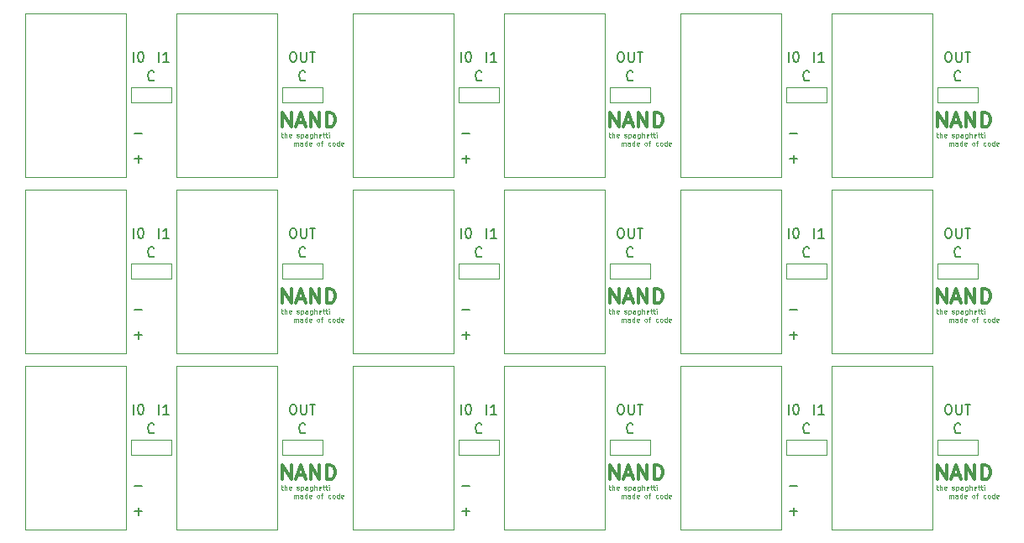
<source format=gto>
G04 #@! TF.GenerationSoftware,KiCad,Pcbnew,(5.1.6)-1*
G04 #@! TF.CreationDate,2020-06-03T08:14:21+09:00*
G04 #@! TF.ProjectId,NADN___,4e41444e-62d8-4512-9e6b-696361645f70,rev?*
G04 #@! TF.SameCoordinates,Original*
G04 #@! TF.FileFunction,Legend,Top*
G04 #@! TF.FilePolarity,Positive*
%FSLAX46Y46*%
G04 Gerber Fmt 4.6, Leading zero omitted, Abs format (unit mm)*
G04 Created by KiCad (PCBNEW (5.1.6)-1) date 2020-06-03 08:14:21*
%MOMM*%
%LPD*%
G01*
G04 APERTURE LIST*
%ADD10C,0.100000*%
%ADD11C,0.300000*%
%ADD12C,0.150000*%
%ADD13C,0.120000*%
G04 APERTURE END LIST*
D10*
X171855142Y-101702857D02*
X172045619Y-101702857D01*
X171926571Y-101536190D02*
X171926571Y-101964761D01*
X171950380Y-102012380D01*
X171998000Y-102036190D01*
X172045619Y-102036190D01*
X172212285Y-102036190D02*
X172212285Y-101536190D01*
X172426571Y-102036190D02*
X172426571Y-101774285D01*
X172402761Y-101726666D01*
X172355142Y-101702857D01*
X172283714Y-101702857D01*
X172236095Y-101726666D01*
X172212285Y-101750476D01*
X172855142Y-102012380D02*
X172807523Y-102036190D01*
X172712285Y-102036190D01*
X172664666Y-102012380D01*
X172640857Y-101964761D01*
X172640857Y-101774285D01*
X172664666Y-101726666D01*
X172712285Y-101702857D01*
X172807523Y-101702857D01*
X172855142Y-101726666D01*
X172878952Y-101774285D01*
X172878952Y-101821904D01*
X172640857Y-101869523D01*
X173450380Y-102012380D02*
X173498000Y-102036190D01*
X173593238Y-102036190D01*
X173640857Y-102012380D01*
X173664666Y-101964761D01*
X173664666Y-101940952D01*
X173640857Y-101893333D01*
X173593238Y-101869523D01*
X173521809Y-101869523D01*
X173474190Y-101845714D01*
X173450380Y-101798095D01*
X173450380Y-101774285D01*
X173474190Y-101726666D01*
X173521809Y-101702857D01*
X173593238Y-101702857D01*
X173640857Y-101726666D01*
X173878952Y-101702857D02*
X173878952Y-102202857D01*
X173878952Y-101726666D02*
X173926571Y-101702857D01*
X174021809Y-101702857D01*
X174069428Y-101726666D01*
X174093238Y-101750476D01*
X174117047Y-101798095D01*
X174117047Y-101940952D01*
X174093238Y-101988571D01*
X174069428Y-102012380D01*
X174021809Y-102036190D01*
X173926571Y-102036190D01*
X173878952Y-102012380D01*
X174545619Y-102036190D02*
X174545619Y-101774285D01*
X174521809Y-101726666D01*
X174474190Y-101702857D01*
X174378952Y-101702857D01*
X174331333Y-101726666D01*
X174545619Y-102012380D02*
X174498000Y-102036190D01*
X174378952Y-102036190D01*
X174331333Y-102012380D01*
X174307523Y-101964761D01*
X174307523Y-101917142D01*
X174331333Y-101869523D01*
X174378952Y-101845714D01*
X174498000Y-101845714D01*
X174545619Y-101821904D01*
X174998000Y-101702857D02*
X174998000Y-102107619D01*
X174974190Y-102155238D01*
X174950380Y-102179047D01*
X174902761Y-102202857D01*
X174831333Y-102202857D01*
X174783714Y-102179047D01*
X174998000Y-102012380D02*
X174950380Y-102036190D01*
X174855142Y-102036190D01*
X174807523Y-102012380D01*
X174783714Y-101988571D01*
X174759904Y-101940952D01*
X174759904Y-101798095D01*
X174783714Y-101750476D01*
X174807523Y-101726666D01*
X174855142Y-101702857D01*
X174950380Y-101702857D01*
X174998000Y-101726666D01*
X175236095Y-102036190D02*
X175236095Y-101536190D01*
X175450380Y-102036190D02*
X175450380Y-101774285D01*
X175426571Y-101726666D01*
X175378952Y-101702857D01*
X175307523Y-101702857D01*
X175259904Y-101726666D01*
X175236095Y-101750476D01*
X175878952Y-102012380D02*
X175831333Y-102036190D01*
X175736095Y-102036190D01*
X175688476Y-102012380D01*
X175664666Y-101964761D01*
X175664666Y-101774285D01*
X175688476Y-101726666D01*
X175736095Y-101702857D01*
X175831333Y-101702857D01*
X175878952Y-101726666D01*
X175902761Y-101774285D01*
X175902761Y-101821904D01*
X175664666Y-101869523D01*
X176045619Y-101702857D02*
X176236095Y-101702857D01*
X176117047Y-101536190D02*
X176117047Y-101964761D01*
X176140857Y-102012380D01*
X176188476Y-102036190D01*
X176236095Y-102036190D01*
X176331333Y-101702857D02*
X176521809Y-101702857D01*
X176402761Y-101536190D02*
X176402761Y-101964761D01*
X176426571Y-102012380D01*
X176474190Y-102036190D01*
X176521809Y-102036190D01*
X176688476Y-102036190D02*
X176688476Y-101702857D01*
X176688476Y-101536190D02*
X176664666Y-101560000D01*
X176688476Y-101583809D01*
X176712285Y-101560000D01*
X176688476Y-101536190D01*
X176688476Y-101583809D01*
X173128952Y-102886190D02*
X173128952Y-102552857D01*
X173128952Y-102600476D02*
X173152761Y-102576666D01*
X173200380Y-102552857D01*
X173271809Y-102552857D01*
X173319428Y-102576666D01*
X173343238Y-102624285D01*
X173343238Y-102886190D01*
X173343238Y-102624285D02*
X173367047Y-102576666D01*
X173414666Y-102552857D01*
X173486095Y-102552857D01*
X173533714Y-102576666D01*
X173557523Y-102624285D01*
X173557523Y-102886190D01*
X174009904Y-102886190D02*
X174009904Y-102624285D01*
X173986095Y-102576666D01*
X173938476Y-102552857D01*
X173843238Y-102552857D01*
X173795619Y-102576666D01*
X174009904Y-102862380D02*
X173962285Y-102886190D01*
X173843238Y-102886190D01*
X173795619Y-102862380D01*
X173771809Y-102814761D01*
X173771809Y-102767142D01*
X173795619Y-102719523D01*
X173843238Y-102695714D01*
X173962285Y-102695714D01*
X174009904Y-102671904D01*
X174462285Y-102886190D02*
X174462285Y-102386190D01*
X174462285Y-102862380D02*
X174414666Y-102886190D01*
X174319428Y-102886190D01*
X174271809Y-102862380D01*
X174248000Y-102838571D01*
X174224190Y-102790952D01*
X174224190Y-102648095D01*
X174248000Y-102600476D01*
X174271809Y-102576666D01*
X174319428Y-102552857D01*
X174414666Y-102552857D01*
X174462285Y-102576666D01*
X174890857Y-102862380D02*
X174843238Y-102886190D01*
X174748000Y-102886190D01*
X174700380Y-102862380D01*
X174676571Y-102814761D01*
X174676571Y-102624285D01*
X174700380Y-102576666D01*
X174748000Y-102552857D01*
X174843238Y-102552857D01*
X174890857Y-102576666D01*
X174914666Y-102624285D01*
X174914666Y-102671904D01*
X174676571Y-102719523D01*
X175581333Y-102886190D02*
X175533714Y-102862380D01*
X175509904Y-102838571D01*
X175486095Y-102790952D01*
X175486095Y-102648095D01*
X175509904Y-102600476D01*
X175533714Y-102576666D01*
X175581333Y-102552857D01*
X175652761Y-102552857D01*
X175700380Y-102576666D01*
X175724190Y-102600476D01*
X175748000Y-102648095D01*
X175748000Y-102790952D01*
X175724190Y-102838571D01*
X175700380Y-102862380D01*
X175652761Y-102886190D01*
X175581333Y-102886190D01*
X175890857Y-102552857D02*
X176081333Y-102552857D01*
X175962285Y-102886190D02*
X175962285Y-102457619D01*
X175986095Y-102410000D01*
X176033714Y-102386190D01*
X176081333Y-102386190D01*
X176843238Y-102862380D02*
X176795619Y-102886190D01*
X176700380Y-102886190D01*
X176652761Y-102862380D01*
X176628952Y-102838571D01*
X176605142Y-102790952D01*
X176605142Y-102648095D01*
X176628952Y-102600476D01*
X176652761Y-102576666D01*
X176700380Y-102552857D01*
X176795619Y-102552857D01*
X176843238Y-102576666D01*
X177128952Y-102886190D02*
X177081333Y-102862380D01*
X177057523Y-102838571D01*
X177033714Y-102790952D01*
X177033714Y-102648095D01*
X177057523Y-102600476D01*
X177081333Y-102576666D01*
X177128952Y-102552857D01*
X177200380Y-102552857D01*
X177248000Y-102576666D01*
X177271809Y-102600476D01*
X177295619Y-102648095D01*
X177295619Y-102790952D01*
X177271809Y-102838571D01*
X177248000Y-102862380D01*
X177200380Y-102886190D01*
X177128952Y-102886190D01*
X177724190Y-102886190D02*
X177724190Y-102386190D01*
X177724190Y-102862380D02*
X177676571Y-102886190D01*
X177581333Y-102886190D01*
X177533714Y-102862380D01*
X177509904Y-102838571D01*
X177486095Y-102790952D01*
X177486095Y-102648095D01*
X177509904Y-102600476D01*
X177533714Y-102576666D01*
X177581333Y-102552857D01*
X177676571Y-102552857D01*
X177724190Y-102576666D01*
X178152761Y-102862380D02*
X178105142Y-102886190D01*
X178009904Y-102886190D01*
X177962285Y-102862380D01*
X177938476Y-102814761D01*
X177938476Y-102624285D01*
X177962285Y-102576666D01*
X178009904Y-102552857D01*
X178105142Y-102552857D01*
X178152761Y-102576666D01*
X178176571Y-102624285D01*
X178176571Y-102671904D01*
X177938476Y-102719523D01*
X138835142Y-101702857D02*
X139025619Y-101702857D01*
X138906571Y-101536190D02*
X138906571Y-101964761D01*
X138930380Y-102012380D01*
X138978000Y-102036190D01*
X139025619Y-102036190D01*
X139192285Y-102036190D02*
X139192285Y-101536190D01*
X139406571Y-102036190D02*
X139406571Y-101774285D01*
X139382761Y-101726666D01*
X139335142Y-101702857D01*
X139263714Y-101702857D01*
X139216095Y-101726666D01*
X139192285Y-101750476D01*
X139835142Y-102012380D02*
X139787523Y-102036190D01*
X139692285Y-102036190D01*
X139644666Y-102012380D01*
X139620857Y-101964761D01*
X139620857Y-101774285D01*
X139644666Y-101726666D01*
X139692285Y-101702857D01*
X139787523Y-101702857D01*
X139835142Y-101726666D01*
X139858952Y-101774285D01*
X139858952Y-101821904D01*
X139620857Y-101869523D01*
X140430380Y-102012380D02*
X140478000Y-102036190D01*
X140573238Y-102036190D01*
X140620857Y-102012380D01*
X140644666Y-101964761D01*
X140644666Y-101940952D01*
X140620857Y-101893333D01*
X140573238Y-101869523D01*
X140501809Y-101869523D01*
X140454190Y-101845714D01*
X140430380Y-101798095D01*
X140430380Y-101774285D01*
X140454190Y-101726666D01*
X140501809Y-101702857D01*
X140573238Y-101702857D01*
X140620857Y-101726666D01*
X140858952Y-101702857D02*
X140858952Y-102202857D01*
X140858952Y-101726666D02*
X140906571Y-101702857D01*
X141001809Y-101702857D01*
X141049428Y-101726666D01*
X141073238Y-101750476D01*
X141097047Y-101798095D01*
X141097047Y-101940952D01*
X141073238Y-101988571D01*
X141049428Y-102012380D01*
X141001809Y-102036190D01*
X140906571Y-102036190D01*
X140858952Y-102012380D01*
X141525619Y-102036190D02*
X141525619Y-101774285D01*
X141501809Y-101726666D01*
X141454190Y-101702857D01*
X141358952Y-101702857D01*
X141311333Y-101726666D01*
X141525619Y-102012380D02*
X141478000Y-102036190D01*
X141358952Y-102036190D01*
X141311333Y-102012380D01*
X141287523Y-101964761D01*
X141287523Y-101917142D01*
X141311333Y-101869523D01*
X141358952Y-101845714D01*
X141478000Y-101845714D01*
X141525619Y-101821904D01*
X141978000Y-101702857D02*
X141978000Y-102107619D01*
X141954190Y-102155238D01*
X141930380Y-102179047D01*
X141882761Y-102202857D01*
X141811333Y-102202857D01*
X141763714Y-102179047D01*
X141978000Y-102012380D02*
X141930380Y-102036190D01*
X141835142Y-102036190D01*
X141787523Y-102012380D01*
X141763714Y-101988571D01*
X141739904Y-101940952D01*
X141739904Y-101798095D01*
X141763714Y-101750476D01*
X141787523Y-101726666D01*
X141835142Y-101702857D01*
X141930380Y-101702857D01*
X141978000Y-101726666D01*
X142216095Y-102036190D02*
X142216095Y-101536190D01*
X142430380Y-102036190D02*
X142430380Y-101774285D01*
X142406571Y-101726666D01*
X142358952Y-101702857D01*
X142287523Y-101702857D01*
X142239904Y-101726666D01*
X142216095Y-101750476D01*
X142858952Y-102012380D02*
X142811333Y-102036190D01*
X142716095Y-102036190D01*
X142668476Y-102012380D01*
X142644666Y-101964761D01*
X142644666Y-101774285D01*
X142668476Y-101726666D01*
X142716095Y-101702857D01*
X142811333Y-101702857D01*
X142858952Y-101726666D01*
X142882761Y-101774285D01*
X142882761Y-101821904D01*
X142644666Y-101869523D01*
X143025619Y-101702857D02*
X143216095Y-101702857D01*
X143097047Y-101536190D02*
X143097047Y-101964761D01*
X143120857Y-102012380D01*
X143168476Y-102036190D01*
X143216095Y-102036190D01*
X143311333Y-101702857D02*
X143501809Y-101702857D01*
X143382761Y-101536190D02*
X143382761Y-101964761D01*
X143406571Y-102012380D01*
X143454190Y-102036190D01*
X143501809Y-102036190D01*
X143668476Y-102036190D02*
X143668476Y-101702857D01*
X143668476Y-101536190D02*
X143644666Y-101560000D01*
X143668476Y-101583809D01*
X143692285Y-101560000D01*
X143668476Y-101536190D01*
X143668476Y-101583809D01*
X140108952Y-102886190D02*
X140108952Y-102552857D01*
X140108952Y-102600476D02*
X140132761Y-102576666D01*
X140180380Y-102552857D01*
X140251809Y-102552857D01*
X140299428Y-102576666D01*
X140323238Y-102624285D01*
X140323238Y-102886190D01*
X140323238Y-102624285D02*
X140347047Y-102576666D01*
X140394666Y-102552857D01*
X140466095Y-102552857D01*
X140513714Y-102576666D01*
X140537523Y-102624285D01*
X140537523Y-102886190D01*
X140989904Y-102886190D02*
X140989904Y-102624285D01*
X140966095Y-102576666D01*
X140918476Y-102552857D01*
X140823238Y-102552857D01*
X140775619Y-102576666D01*
X140989904Y-102862380D02*
X140942285Y-102886190D01*
X140823238Y-102886190D01*
X140775619Y-102862380D01*
X140751809Y-102814761D01*
X140751809Y-102767142D01*
X140775619Y-102719523D01*
X140823238Y-102695714D01*
X140942285Y-102695714D01*
X140989904Y-102671904D01*
X141442285Y-102886190D02*
X141442285Y-102386190D01*
X141442285Y-102862380D02*
X141394666Y-102886190D01*
X141299428Y-102886190D01*
X141251809Y-102862380D01*
X141228000Y-102838571D01*
X141204190Y-102790952D01*
X141204190Y-102648095D01*
X141228000Y-102600476D01*
X141251809Y-102576666D01*
X141299428Y-102552857D01*
X141394666Y-102552857D01*
X141442285Y-102576666D01*
X141870857Y-102862380D02*
X141823238Y-102886190D01*
X141728000Y-102886190D01*
X141680380Y-102862380D01*
X141656571Y-102814761D01*
X141656571Y-102624285D01*
X141680380Y-102576666D01*
X141728000Y-102552857D01*
X141823238Y-102552857D01*
X141870857Y-102576666D01*
X141894666Y-102624285D01*
X141894666Y-102671904D01*
X141656571Y-102719523D01*
X142561333Y-102886190D02*
X142513714Y-102862380D01*
X142489904Y-102838571D01*
X142466095Y-102790952D01*
X142466095Y-102648095D01*
X142489904Y-102600476D01*
X142513714Y-102576666D01*
X142561333Y-102552857D01*
X142632761Y-102552857D01*
X142680380Y-102576666D01*
X142704190Y-102600476D01*
X142728000Y-102648095D01*
X142728000Y-102790952D01*
X142704190Y-102838571D01*
X142680380Y-102862380D01*
X142632761Y-102886190D01*
X142561333Y-102886190D01*
X142870857Y-102552857D02*
X143061333Y-102552857D01*
X142942285Y-102886190D02*
X142942285Y-102457619D01*
X142966095Y-102410000D01*
X143013714Y-102386190D01*
X143061333Y-102386190D01*
X143823238Y-102862380D02*
X143775619Y-102886190D01*
X143680380Y-102886190D01*
X143632761Y-102862380D01*
X143608952Y-102838571D01*
X143585142Y-102790952D01*
X143585142Y-102648095D01*
X143608952Y-102600476D01*
X143632761Y-102576666D01*
X143680380Y-102552857D01*
X143775619Y-102552857D01*
X143823238Y-102576666D01*
X144108952Y-102886190D02*
X144061333Y-102862380D01*
X144037523Y-102838571D01*
X144013714Y-102790952D01*
X144013714Y-102648095D01*
X144037523Y-102600476D01*
X144061333Y-102576666D01*
X144108952Y-102552857D01*
X144180380Y-102552857D01*
X144228000Y-102576666D01*
X144251809Y-102600476D01*
X144275619Y-102648095D01*
X144275619Y-102790952D01*
X144251809Y-102838571D01*
X144228000Y-102862380D01*
X144180380Y-102886190D01*
X144108952Y-102886190D01*
X144704190Y-102886190D02*
X144704190Y-102386190D01*
X144704190Y-102862380D02*
X144656571Y-102886190D01*
X144561333Y-102886190D01*
X144513714Y-102862380D01*
X144489904Y-102838571D01*
X144466095Y-102790952D01*
X144466095Y-102648095D01*
X144489904Y-102600476D01*
X144513714Y-102576666D01*
X144561333Y-102552857D01*
X144656571Y-102552857D01*
X144704190Y-102576666D01*
X145132761Y-102862380D02*
X145085142Y-102886190D01*
X144989904Y-102886190D01*
X144942285Y-102862380D01*
X144918476Y-102814761D01*
X144918476Y-102624285D01*
X144942285Y-102576666D01*
X144989904Y-102552857D01*
X145085142Y-102552857D01*
X145132761Y-102576666D01*
X145156571Y-102624285D01*
X145156571Y-102671904D01*
X144918476Y-102719523D01*
X105815142Y-101702857D02*
X106005619Y-101702857D01*
X105886571Y-101536190D02*
X105886571Y-101964761D01*
X105910380Y-102012380D01*
X105958000Y-102036190D01*
X106005619Y-102036190D01*
X106172285Y-102036190D02*
X106172285Y-101536190D01*
X106386571Y-102036190D02*
X106386571Y-101774285D01*
X106362761Y-101726666D01*
X106315142Y-101702857D01*
X106243714Y-101702857D01*
X106196095Y-101726666D01*
X106172285Y-101750476D01*
X106815142Y-102012380D02*
X106767523Y-102036190D01*
X106672285Y-102036190D01*
X106624666Y-102012380D01*
X106600857Y-101964761D01*
X106600857Y-101774285D01*
X106624666Y-101726666D01*
X106672285Y-101702857D01*
X106767523Y-101702857D01*
X106815142Y-101726666D01*
X106838952Y-101774285D01*
X106838952Y-101821904D01*
X106600857Y-101869523D01*
X107410380Y-102012380D02*
X107458000Y-102036190D01*
X107553238Y-102036190D01*
X107600857Y-102012380D01*
X107624666Y-101964761D01*
X107624666Y-101940952D01*
X107600857Y-101893333D01*
X107553238Y-101869523D01*
X107481809Y-101869523D01*
X107434190Y-101845714D01*
X107410380Y-101798095D01*
X107410380Y-101774285D01*
X107434190Y-101726666D01*
X107481809Y-101702857D01*
X107553238Y-101702857D01*
X107600857Y-101726666D01*
X107838952Y-101702857D02*
X107838952Y-102202857D01*
X107838952Y-101726666D02*
X107886571Y-101702857D01*
X107981809Y-101702857D01*
X108029428Y-101726666D01*
X108053238Y-101750476D01*
X108077047Y-101798095D01*
X108077047Y-101940952D01*
X108053238Y-101988571D01*
X108029428Y-102012380D01*
X107981809Y-102036190D01*
X107886571Y-102036190D01*
X107838952Y-102012380D01*
X108505619Y-102036190D02*
X108505619Y-101774285D01*
X108481809Y-101726666D01*
X108434190Y-101702857D01*
X108338952Y-101702857D01*
X108291333Y-101726666D01*
X108505619Y-102012380D02*
X108458000Y-102036190D01*
X108338952Y-102036190D01*
X108291333Y-102012380D01*
X108267523Y-101964761D01*
X108267523Y-101917142D01*
X108291333Y-101869523D01*
X108338952Y-101845714D01*
X108458000Y-101845714D01*
X108505619Y-101821904D01*
X108958000Y-101702857D02*
X108958000Y-102107619D01*
X108934190Y-102155238D01*
X108910380Y-102179047D01*
X108862761Y-102202857D01*
X108791333Y-102202857D01*
X108743714Y-102179047D01*
X108958000Y-102012380D02*
X108910380Y-102036190D01*
X108815142Y-102036190D01*
X108767523Y-102012380D01*
X108743714Y-101988571D01*
X108719904Y-101940952D01*
X108719904Y-101798095D01*
X108743714Y-101750476D01*
X108767523Y-101726666D01*
X108815142Y-101702857D01*
X108910380Y-101702857D01*
X108958000Y-101726666D01*
X109196095Y-102036190D02*
X109196095Y-101536190D01*
X109410380Y-102036190D02*
X109410380Y-101774285D01*
X109386571Y-101726666D01*
X109338952Y-101702857D01*
X109267523Y-101702857D01*
X109219904Y-101726666D01*
X109196095Y-101750476D01*
X109838952Y-102012380D02*
X109791333Y-102036190D01*
X109696095Y-102036190D01*
X109648476Y-102012380D01*
X109624666Y-101964761D01*
X109624666Y-101774285D01*
X109648476Y-101726666D01*
X109696095Y-101702857D01*
X109791333Y-101702857D01*
X109838952Y-101726666D01*
X109862761Y-101774285D01*
X109862761Y-101821904D01*
X109624666Y-101869523D01*
X110005619Y-101702857D02*
X110196095Y-101702857D01*
X110077047Y-101536190D02*
X110077047Y-101964761D01*
X110100857Y-102012380D01*
X110148476Y-102036190D01*
X110196095Y-102036190D01*
X110291333Y-101702857D02*
X110481809Y-101702857D01*
X110362761Y-101536190D02*
X110362761Y-101964761D01*
X110386571Y-102012380D01*
X110434190Y-102036190D01*
X110481809Y-102036190D01*
X110648476Y-102036190D02*
X110648476Y-101702857D01*
X110648476Y-101536190D02*
X110624666Y-101560000D01*
X110648476Y-101583809D01*
X110672285Y-101560000D01*
X110648476Y-101536190D01*
X110648476Y-101583809D01*
X107088952Y-102886190D02*
X107088952Y-102552857D01*
X107088952Y-102600476D02*
X107112761Y-102576666D01*
X107160380Y-102552857D01*
X107231809Y-102552857D01*
X107279428Y-102576666D01*
X107303238Y-102624285D01*
X107303238Y-102886190D01*
X107303238Y-102624285D02*
X107327047Y-102576666D01*
X107374666Y-102552857D01*
X107446095Y-102552857D01*
X107493714Y-102576666D01*
X107517523Y-102624285D01*
X107517523Y-102886190D01*
X107969904Y-102886190D02*
X107969904Y-102624285D01*
X107946095Y-102576666D01*
X107898476Y-102552857D01*
X107803238Y-102552857D01*
X107755619Y-102576666D01*
X107969904Y-102862380D02*
X107922285Y-102886190D01*
X107803238Y-102886190D01*
X107755619Y-102862380D01*
X107731809Y-102814761D01*
X107731809Y-102767142D01*
X107755619Y-102719523D01*
X107803238Y-102695714D01*
X107922285Y-102695714D01*
X107969904Y-102671904D01*
X108422285Y-102886190D02*
X108422285Y-102386190D01*
X108422285Y-102862380D02*
X108374666Y-102886190D01*
X108279428Y-102886190D01*
X108231809Y-102862380D01*
X108208000Y-102838571D01*
X108184190Y-102790952D01*
X108184190Y-102648095D01*
X108208000Y-102600476D01*
X108231809Y-102576666D01*
X108279428Y-102552857D01*
X108374666Y-102552857D01*
X108422285Y-102576666D01*
X108850857Y-102862380D02*
X108803238Y-102886190D01*
X108708000Y-102886190D01*
X108660380Y-102862380D01*
X108636571Y-102814761D01*
X108636571Y-102624285D01*
X108660380Y-102576666D01*
X108708000Y-102552857D01*
X108803238Y-102552857D01*
X108850857Y-102576666D01*
X108874666Y-102624285D01*
X108874666Y-102671904D01*
X108636571Y-102719523D01*
X109541333Y-102886190D02*
X109493714Y-102862380D01*
X109469904Y-102838571D01*
X109446095Y-102790952D01*
X109446095Y-102648095D01*
X109469904Y-102600476D01*
X109493714Y-102576666D01*
X109541333Y-102552857D01*
X109612761Y-102552857D01*
X109660380Y-102576666D01*
X109684190Y-102600476D01*
X109708000Y-102648095D01*
X109708000Y-102790952D01*
X109684190Y-102838571D01*
X109660380Y-102862380D01*
X109612761Y-102886190D01*
X109541333Y-102886190D01*
X109850857Y-102552857D02*
X110041333Y-102552857D01*
X109922285Y-102886190D02*
X109922285Y-102457619D01*
X109946095Y-102410000D01*
X109993714Y-102386190D01*
X110041333Y-102386190D01*
X110803238Y-102862380D02*
X110755619Y-102886190D01*
X110660380Y-102886190D01*
X110612761Y-102862380D01*
X110588952Y-102838571D01*
X110565142Y-102790952D01*
X110565142Y-102648095D01*
X110588952Y-102600476D01*
X110612761Y-102576666D01*
X110660380Y-102552857D01*
X110755619Y-102552857D01*
X110803238Y-102576666D01*
X111088952Y-102886190D02*
X111041333Y-102862380D01*
X111017523Y-102838571D01*
X110993714Y-102790952D01*
X110993714Y-102648095D01*
X111017523Y-102600476D01*
X111041333Y-102576666D01*
X111088952Y-102552857D01*
X111160380Y-102552857D01*
X111208000Y-102576666D01*
X111231809Y-102600476D01*
X111255619Y-102648095D01*
X111255619Y-102790952D01*
X111231809Y-102838571D01*
X111208000Y-102862380D01*
X111160380Y-102886190D01*
X111088952Y-102886190D01*
X111684190Y-102886190D02*
X111684190Y-102386190D01*
X111684190Y-102862380D02*
X111636571Y-102886190D01*
X111541333Y-102886190D01*
X111493714Y-102862380D01*
X111469904Y-102838571D01*
X111446095Y-102790952D01*
X111446095Y-102648095D01*
X111469904Y-102600476D01*
X111493714Y-102576666D01*
X111541333Y-102552857D01*
X111636571Y-102552857D01*
X111684190Y-102576666D01*
X112112761Y-102862380D02*
X112065142Y-102886190D01*
X111969904Y-102886190D01*
X111922285Y-102862380D01*
X111898476Y-102814761D01*
X111898476Y-102624285D01*
X111922285Y-102576666D01*
X111969904Y-102552857D01*
X112065142Y-102552857D01*
X112112761Y-102576666D01*
X112136571Y-102624285D01*
X112136571Y-102671904D01*
X111898476Y-102719523D01*
X171855142Y-83922857D02*
X172045619Y-83922857D01*
X171926571Y-83756190D02*
X171926571Y-84184761D01*
X171950380Y-84232380D01*
X171998000Y-84256190D01*
X172045619Y-84256190D01*
X172212285Y-84256190D02*
X172212285Y-83756190D01*
X172426571Y-84256190D02*
X172426571Y-83994285D01*
X172402761Y-83946666D01*
X172355142Y-83922857D01*
X172283714Y-83922857D01*
X172236095Y-83946666D01*
X172212285Y-83970476D01*
X172855142Y-84232380D02*
X172807523Y-84256190D01*
X172712285Y-84256190D01*
X172664666Y-84232380D01*
X172640857Y-84184761D01*
X172640857Y-83994285D01*
X172664666Y-83946666D01*
X172712285Y-83922857D01*
X172807523Y-83922857D01*
X172855142Y-83946666D01*
X172878952Y-83994285D01*
X172878952Y-84041904D01*
X172640857Y-84089523D01*
X173450380Y-84232380D02*
X173498000Y-84256190D01*
X173593238Y-84256190D01*
X173640857Y-84232380D01*
X173664666Y-84184761D01*
X173664666Y-84160952D01*
X173640857Y-84113333D01*
X173593238Y-84089523D01*
X173521809Y-84089523D01*
X173474190Y-84065714D01*
X173450380Y-84018095D01*
X173450380Y-83994285D01*
X173474190Y-83946666D01*
X173521809Y-83922857D01*
X173593238Y-83922857D01*
X173640857Y-83946666D01*
X173878952Y-83922857D02*
X173878952Y-84422857D01*
X173878952Y-83946666D02*
X173926571Y-83922857D01*
X174021809Y-83922857D01*
X174069428Y-83946666D01*
X174093238Y-83970476D01*
X174117047Y-84018095D01*
X174117047Y-84160952D01*
X174093238Y-84208571D01*
X174069428Y-84232380D01*
X174021809Y-84256190D01*
X173926571Y-84256190D01*
X173878952Y-84232380D01*
X174545619Y-84256190D02*
X174545619Y-83994285D01*
X174521809Y-83946666D01*
X174474190Y-83922857D01*
X174378952Y-83922857D01*
X174331333Y-83946666D01*
X174545619Y-84232380D02*
X174498000Y-84256190D01*
X174378952Y-84256190D01*
X174331333Y-84232380D01*
X174307523Y-84184761D01*
X174307523Y-84137142D01*
X174331333Y-84089523D01*
X174378952Y-84065714D01*
X174498000Y-84065714D01*
X174545619Y-84041904D01*
X174998000Y-83922857D02*
X174998000Y-84327619D01*
X174974190Y-84375238D01*
X174950380Y-84399047D01*
X174902761Y-84422857D01*
X174831333Y-84422857D01*
X174783714Y-84399047D01*
X174998000Y-84232380D02*
X174950380Y-84256190D01*
X174855142Y-84256190D01*
X174807523Y-84232380D01*
X174783714Y-84208571D01*
X174759904Y-84160952D01*
X174759904Y-84018095D01*
X174783714Y-83970476D01*
X174807523Y-83946666D01*
X174855142Y-83922857D01*
X174950380Y-83922857D01*
X174998000Y-83946666D01*
X175236095Y-84256190D02*
X175236095Y-83756190D01*
X175450380Y-84256190D02*
X175450380Y-83994285D01*
X175426571Y-83946666D01*
X175378952Y-83922857D01*
X175307523Y-83922857D01*
X175259904Y-83946666D01*
X175236095Y-83970476D01*
X175878952Y-84232380D02*
X175831333Y-84256190D01*
X175736095Y-84256190D01*
X175688476Y-84232380D01*
X175664666Y-84184761D01*
X175664666Y-83994285D01*
X175688476Y-83946666D01*
X175736095Y-83922857D01*
X175831333Y-83922857D01*
X175878952Y-83946666D01*
X175902761Y-83994285D01*
X175902761Y-84041904D01*
X175664666Y-84089523D01*
X176045619Y-83922857D02*
X176236095Y-83922857D01*
X176117047Y-83756190D02*
X176117047Y-84184761D01*
X176140857Y-84232380D01*
X176188476Y-84256190D01*
X176236095Y-84256190D01*
X176331333Y-83922857D02*
X176521809Y-83922857D01*
X176402761Y-83756190D02*
X176402761Y-84184761D01*
X176426571Y-84232380D01*
X176474190Y-84256190D01*
X176521809Y-84256190D01*
X176688476Y-84256190D02*
X176688476Y-83922857D01*
X176688476Y-83756190D02*
X176664666Y-83780000D01*
X176688476Y-83803809D01*
X176712285Y-83780000D01*
X176688476Y-83756190D01*
X176688476Y-83803809D01*
X173128952Y-85106190D02*
X173128952Y-84772857D01*
X173128952Y-84820476D02*
X173152761Y-84796666D01*
X173200380Y-84772857D01*
X173271809Y-84772857D01*
X173319428Y-84796666D01*
X173343238Y-84844285D01*
X173343238Y-85106190D01*
X173343238Y-84844285D02*
X173367047Y-84796666D01*
X173414666Y-84772857D01*
X173486095Y-84772857D01*
X173533714Y-84796666D01*
X173557523Y-84844285D01*
X173557523Y-85106190D01*
X174009904Y-85106190D02*
X174009904Y-84844285D01*
X173986095Y-84796666D01*
X173938476Y-84772857D01*
X173843238Y-84772857D01*
X173795619Y-84796666D01*
X174009904Y-85082380D02*
X173962285Y-85106190D01*
X173843238Y-85106190D01*
X173795619Y-85082380D01*
X173771809Y-85034761D01*
X173771809Y-84987142D01*
X173795619Y-84939523D01*
X173843238Y-84915714D01*
X173962285Y-84915714D01*
X174009904Y-84891904D01*
X174462285Y-85106190D02*
X174462285Y-84606190D01*
X174462285Y-85082380D02*
X174414666Y-85106190D01*
X174319428Y-85106190D01*
X174271809Y-85082380D01*
X174248000Y-85058571D01*
X174224190Y-85010952D01*
X174224190Y-84868095D01*
X174248000Y-84820476D01*
X174271809Y-84796666D01*
X174319428Y-84772857D01*
X174414666Y-84772857D01*
X174462285Y-84796666D01*
X174890857Y-85082380D02*
X174843238Y-85106190D01*
X174748000Y-85106190D01*
X174700380Y-85082380D01*
X174676571Y-85034761D01*
X174676571Y-84844285D01*
X174700380Y-84796666D01*
X174748000Y-84772857D01*
X174843238Y-84772857D01*
X174890857Y-84796666D01*
X174914666Y-84844285D01*
X174914666Y-84891904D01*
X174676571Y-84939523D01*
X175581333Y-85106190D02*
X175533714Y-85082380D01*
X175509904Y-85058571D01*
X175486095Y-85010952D01*
X175486095Y-84868095D01*
X175509904Y-84820476D01*
X175533714Y-84796666D01*
X175581333Y-84772857D01*
X175652761Y-84772857D01*
X175700380Y-84796666D01*
X175724190Y-84820476D01*
X175748000Y-84868095D01*
X175748000Y-85010952D01*
X175724190Y-85058571D01*
X175700380Y-85082380D01*
X175652761Y-85106190D01*
X175581333Y-85106190D01*
X175890857Y-84772857D02*
X176081333Y-84772857D01*
X175962285Y-85106190D02*
X175962285Y-84677619D01*
X175986095Y-84630000D01*
X176033714Y-84606190D01*
X176081333Y-84606190D01*
X176843238Y-85082380D02*
X176795619Y-85106190D01*
X176700380Y-85106190D01*
X176652761Y-85082380D01*
X176628952Y-85058571D01*
X176605142Y-85010952D01*
X176605142Y-84868095D01*
X176628952Y-84820476D01*
X176652761Y-84796666D01*
X176700380Y-84772857D01*
X176795619Y-84772857D01*
X176843238Y-84796666D01*
X177128952Y-85106190D02*
X177081333Y-85082380D01*
X177057523Y-85058571D01*
X177033714Y-85010952D01*
X177033714Y-84868095D01*
X177057523Y-84820476D01*
X177081333Y-84796666D01*
X177128952Y-84772857D01*
X177200380Y-84772857D01*
X177248000Y-84796666D01*
X177271809Y-84820476D01*
X177295619Y-84868095D01*
X177295619Y-85010952D01*
X177271809Y-85058571D01*
X177248000Y-85082380D01*
X177200380Y-85106190D01*
X177128952Y-85106190D01*
X177724190Y-85106190D02*
X177724190Y-84606190D01*
X177724190Y-85082380D02*
X177676571Y-85106190D01*
X177581333Y-85106190D01*
X177533714Y-85082380D01*
X177509904Y-85058571D01*
X177486095Y-85010952D01*
X177486095Y-84868095D01*
X177509904Y-84820476D01*
X177533714Y-84796666D01*
X177581333Y-84772857D01*
X177676571Y-84772857D01*
X177724190Y-84796666D01*
X178152761Y-85082380D02*
X178105142Y-85106190D01*
X178009904Y-85106190D01*
X177962285Y-85082380D01*
X177938476Y-85034761D01*
X177938476Y-84844285D01*
X177962285Y-84796666D01*
X178009904Y-84772857D01*
X178105142Y-84772857D01*
X178152761Y-84796666D01*
X178176571Y-84844285D01*
X178176571Y-84891904D01*
X177938476Y-84939523D01*
X138835142Y-83922857D02*
X139025619Y-83922857D01*
X138906571Y-83756190D02*
X138906571Y-84184761D01*
X138930380Y-84232380D01*
X138978000Y-84256190D01*
X139025619Y-84256190D01*
X139192285Y-84256190D02*
X139192285Y-83756190D01*
X139406571Y-84256190D02*
X139406571Y-83994285D01*
X139382761Y-83946666D01*
X139335142Y-83922857D01*
X139263714Y-83922857D01*
X139216095Y-83946666D01*
X139192285Y-83970476D01*
X139835142Y-84232380D02*
X139787523Y-84256190D01*
X139692285Y-84256190D01*
X139644666Y-84232380D01*
X139620857Y-84184761D01*
X139620857Y-83994285D01*
X139644666Y-83946666D01*
X139692285Y-83922857D01*
X139787523Y-83922857D01*
X139835142Y-83946666D01*
X139858952Y-83994285D01*
X139858952Y-84041904D01*
X139620857Y-84089523D01*
X140430380Y-84232380D02*
X140478000Y-84256190D01*
X140573238Y-84256190D01*
X140620857Y-84232380D01*
X140644666Y-84184761D01*
X140644666Y-84160952D01*
X140620857Y-84113333D01*
X140573238Y-84089523D01*
X140501809Y-84089523D01*
X140454190Y-84065714D01*
X140430380Y-84018095D01*
X140430380Y-83994285D01*
X140454190Y-83946666D01*
X140501809Y-83922857D01*
X140573238Y-83922857D01*
X140620857Y-83946666D01*
X140858952Y-83922857D02*
X140858952Y-84422857D01*
X140858952Y-83946666D02*
X140906571Y-83922857D01*
X141001809Y-83922857D01*
X141049428Y-83946666D01*
X141073238Y-83970476D01*
X141097047Y-84018095D01*
X141097047Y-84160952D01*
X141073238Y-84208571D01*
X141049428Y-84232380D01*
X141001809Y-84256190D01*
X140906571Y-84256190D01*
X140858952Y-84232380D01*
X141525619Y-84256190D02*
X141525619Y-83994285D01*
X141501809Y-83946666D01*
X141454190Y-83922857D01*
X141358952Y-83922857D01*
X141311333Y-83946666D01*
X141525619Y-84232380D02*
X141478000Y-84256190D01*
X141358952Y-84256190D01*
X141311333Y-84232380D01*
X141287523Y-84184761D01*
X141287523Y-84137142D01*
X141311333Y-84089523D01*
X141358952Y-84065714D01*
X141478000Y-84065714D01*
X141525619Y-84041904D01*
X141978000Y-83922857D02*
X141978000Y-84327619D01*
X141954190Y-84375238D01*
X141930380Y-84399047D01*
X141882761Y-84422857D01*
X141811333Y-84422857D01*
X141763714Y-84399047D01*
X141978000Y-84232380D02*
X141930380Y-84256190D01*
X141835142Y-84256190D01*
X141787523Y-84232380D01*
X141763714Y-84208571D01*
X141739904Y-84160952D01*
X141739904Y-84018095D01*
X141763714Y-83970476D01*
X141787523Y-83946666D01*
X141835142Y-83922857D01*
X141930380Y-83922857D01*
X141978000Y-83946666D01*
X142216095Y-84256190D02*
X142216095Y-83756190D01*
X142430380Y-84256190D02*
X142430380Y-83994285D01*
X142406571Y-83946666D01*
X142358952Y-83922857D01*
X142287523Y-83922857D01*
X142239904Y-83946666D01*
X142216095Y-83970476D01*
X142858952Y-84232380D02*
X142811333Y-84256190D01*
X142716095Y-84256190D01*
X142668476Y-84232380D01*
X142644666Y-84184761D01*
X142644666Y-83994285D01*
X142668476Y-83946666D01*
X142716095Y-83922857D01*
X142811333Y-83922857D01*
X142858952Y-83946666D01*
X142882761Y-83994285D01*
X142882761Y-84041904D01*
X142644666Y-84089523D01*
X143025619Y-83922857D02*
X143216095Y-83922857D01*
X143097047Y-83756190D02*
X143097047Y-84184761D01*
X143120857Y-84232380D01*
X143168476Y-84256190D01*
X143216095Y-84256190D01*
X143311333Y-83922857D02*
X143501809Y-83922857D01*
X143382761Y-83756190D02*
X143382761Y-84184761D01*
X143406571Y-84232380D01*
X143454190Y-84256190D01*
X143501809Y-84256190D01*
X143668476Y-84256190D02*
X143668476Y-83922857D01*
X143668476Y-83756190D02*
X143644666Y-83780000D01*
X143668476Y-83803809D01*
X143692285Y-83780000D01*
X143668476Y-83756190D01*
X143668476Y-83803809D01*
X140108952Y-85106190D02*
X140108952Y-84772857D01*
X140108952Y-84820476D02*
X140132761Y-84796666D01*
X140180380Y-84772857D01*
X140251809Y-84772857D01*
X140299428Y-84796666D01*
X140323238Y-84844285D01*
X140323238Y-85106190D01*
X140323238Y-84844285D02*
X140347047Y-84796666D01*
X140394666Y-84772857D01*
X140466095Y-84772857D01*
X140513714Y-84796666D01*
X140537523Y-84844285D01*
X140537523Y-85106190D01*
X140989904Y-85106190D02*
X140989904Y-84844285D01*
X140966095Y-84796666D01*
X140918476Y-84772857D01*
X140823238Y-84772857D01*
X140775619Y-84796666D01*
X140989904Y-85082380D02*
X140942285Y-85106190D01*
X140823238Y-85106190D01*
X140775619Y-85082380D01*
X140751809Y-85034761D01*
X140751809Y-84987142D01*
X140775619Y-84939523D01*
X140823238Y-84915714D01*
X140942285Y-84915714D01*
X140989904Y-84891904D01*
X141442285Y-85106190D02*
X141442285Y-84606190D01*
X141442285Y-85082380D02*
X141394666Y-85106190D01*
X141299428Y-85106190D01*
X141251809Y-85082380D01*
X141228000Y-85058571D01*
X141204190Y-85010952D01*
X141204190Y-84868095D01*
X141228000Y-84820476D01*
X141251809Y-84796666D01*
X141299428Y-84772857D01*
X141394666Y-84772857D01*
X141442285Y-84796666D01*
X141870857Y-85082380D02*
X141823238Y-85106190D01*
X141728000Y-85106190D01*
X141680380Y-85082380D01*
X141656571Y-85034761D01*
X141656571Y-84844285D01*
X141680380Y-84796666D01*
X141728000Y-84772857D01*
X141823238Y-84772857D01*
X141870857Y-84796666D01*
X141894666Y-84844285D01*
X141894666Y-84891904D01*
X141656571Y-84939523D01*
X142561333Y-85106190D02*
X142513714Y-85082380D01*
X142489904Y-85058571D01*
X142466095Y-85010952D01*
X142466095Y-84868095D01*
X142489904Y-84820476D01*
X142513714Y-84796666D01*
X142561333Y-84772857D01*
X142632761Y-84772857D01*
X142680380Y-84796666D01*
X142704190Y-84820476D01*
X142728000Y-84868095D01*
X142728000Y-85010952D01*
X142704190Y-85058571D01*
X142680380Y-85082380D01*
X142632761Y-85106190D01*
X142561333Y-85106190D01*
X142870857Y-84772857D02*
X143061333Y-84772857D01*
X142942285Y-85106190D02*
X142942285Y-84677619D01*
X142966095Y-84630000D01*
X143013714Y-84606190D01*
X143061333Y-84606190D01*
X143823238Y-85082380D02*
X143775619Y-85106190D01*
X143680380Y-85106190D01*
X143632761Y-85082380D01*
X143608952Y-85058571D01*
X143585142Y-85010952D01*
X143585142Y-84868095D01*
X143608952Y-84820476D01*
X143632761Y-84796666D01*
X143680380Y-84772857D01*
X143775619Y-84772857D01*
X143823238Y-84796666D01*
X144108952Y-85106190D02*
X144061333Y-85082380D01*
X144037523Y-85058571D01*
X144013714Y-85010952D01*
X144013714Y-84868095D01*
X144037523Y-84820476D01*
X144061333Y-84796666D01*
X144108952Y-84772857D01*
X144180380Y-84772857D01*
X144228000Y-84796666D01*
X144251809Y-84820476D01*
X144275619Y-84868095D01*
X144275619Y-85010952D01*
X144251809Y-85058571D01*
X144228000Y-85082380D01*
X144180380Y-85106190D01*
X144108952Y-85106190D01*
X144704190Y-85106190D02*
X144704190Y-84606190D01*
X144704190Y-85082380D02*
X144656571Y-85106190D01*
X144561333Y-85106190D01*
X144513714Y-85082380D01*
X144489904Y-85058571D01*
X144466095Y-85010952D01*
X144466095Y-84868095D01*
X144489904Y-84820476D01*
X144513714Y-84796666D01*
X144561333Y-84772857D01*
X144656571Y-84772857D01*
X144704190Y-84796666D01*
X145132761Y-85082380D02*
X145085142Y-85106190D01*
X144989904Y-85106190D01*
X144942285Y-85082380D01*
X144918476Y-85034761D01*
X144918476Y-84844285D01*
X144942285Y-84796666D01*
X144989904Y-84772857D01*
X145085142Y-84772857D01*
X145132761Y-84796666D01*
X145156571Y-84844285D01*
X145156571Y-84891904D01*
X144918476Y-84939523D01*
X105815142Y-83922857D02*
X106005619Y-83922857D01*
X105886571Y-83756190D02*
X105886571Y-84184761D01*
X105910380Y-84232380D01*
X105958000Y-84256190D01*
X106005619Y-84256190D01*
X106172285Y-84256190D02*
X106172285Y-83756190D01*
X106386571Y-84256190D02*
X106386571Y-83994285D01*
X106362761Y-83946666D01*
X106315142Y-83922857D01*
X106243714Y-83922857D01*
X106196095Y-83946666D01*
X106172285Y-83970476D01*
X106815142Y-84232380D02*
X106767523Y-84256190D01*
X106672285Y-84256190D01*
X106624666Y-84232380D01*
X106600857Y-84184761D01*
X106600857Y-83994285D01*
X106624666Y-83946666D01*
X106672285Y-83922857D01*
X106767523Y-83922857D01*
X106815142Y-83946666D01*
X106838952Y-83994285D01*
X106838952Y-84041904D01*
X106600857Y-84089523D01*
X107410380Y-84232380D02*
X107458000Y-84256190D01*
X107553238Y-84256190D01*
X107600857Y-84232380D01*
X107624666Y-84184761D01*
X107624666Y-84160952D01*
X107600857Y-84113333D01*
X107553238Y-84089523D01*
X107481809Y-84089523D01*
X107434190Y-84065714D01*
X107410380Y-84018095D01*
X107410380Y-83994285D01*
X107434190Y-83946666D01*
X107481809Y-83922857D01*
X107553238Y-83922857D01*
X107600857Y-83946666D01*
X107838952Y-83922857D02*
X107838952Y-84422857D01*
X107838952Y-83946666D02*
X107886571Y-83922857D01*
X107981809Y-83922857D01*
X108029428Y-83946666D01*
X108053238Y-83970476D01*
X108077047Y-84018095D01*
X108077047Y-84160952D01*
X108053238Y-84208571D01*
X108029428Y-84232380D01*
X107981809Y-84256190D01*
X107886571Y-84256190D01*
X107838952Y-84232380D01*
X108505619Y-84256190D02*
X108505619Y-83994285D01*
X108481809Y-83946666D01*
X108434190Y-83922857D01*
X108338952Y-83922857D01*
X108291333Y-83946666D01*
X108505619Y-84232380D02*
X108458000Y-84256190D01*
X108338952Y-84256190D01*
X108291333Y-84232380D01*
X108267523Y-84184761D01*
X108267523Y-84137142D01*
X108291333Y-84089523D01*
X108338952Y-84065714D01*
X108458000Y-84065714D01*
X108505619Y-84041904D01*
X108958000Y-83922857D02*
X108958000Y-84327619D01*
X108934190Y-84375238D01*
X108910380Y-84399047D01*
X108862761Y-84422857D01*
X108791333Y-84422857D01*
X108743714Y-84399047D01*
X108958000Y-84232380D02*
X108910380Y-84256190D01*
X108815142Y-84256190D01*
X108767523Y-84232380D01*
X108743714Y-84208571D01*
X108719904Y-84160952D01*
X108719904Y-84018095D01*
X108743714Y-83970476D01*
X108767523Y-83946666D01*
X108815142Y-83922857D01*
X108910380Y-83922857D01*
X108958000Y-83946666D01*
X109196095Y-84256190D02*
X109196095Y-83756190D01*
X109410380Y-84256190D02*
X109410380Y-83994285D01*
X109386571Y-83946666D01*
X109338952Y-83922857D01*
X109267523Y-83922857D01*
X109219904Y-83946666D01*
X109196095Y-83970476D01*
X109838952Y-84232380D02*
X109791333Y-84256190D01*
X109696095Y-84256190D01*
X109648476Y-84232380D01*
X109624666Y-84184761D01*
X109624666Y-83994285D01*
X109648476Y-83946666D01*
X109696095Y-83922857D01*
X109791333Y-83922857D01*
X109838952Y-83946666D01*
X109862761Y-83994285D01*
X109862761Y-84041904D01*
X109624666Y-84089523D01*
X110005619Y-83922857D02*
X110196095Y-83922857D01*
X110077047Y-83756190D02*
X110077047Y-84184761D01*
X110100857Y-84232380D01*
X110148476Y-84256190D01*
X110196095Y-84256190D01*
X110291333Y-83922857D02*
X110481809Y-83922857D01*
X110362761Y-83756190D02*
X110362761Y-84184761D01*
X110386571Y-84232380D01*
X110434190Y-84256190D01*
X110481809Y-84256190D01*
X110648476Y-84256190D02*
X110648476Y-83922857D01*
X110648476Y-83756190D02*
X110624666Y-83780000D01*
X110648476Y-83803809D01*
X110672285Y-83780000D01*
X110648476Y-83756190D01*
X110648476Y-83803809D01*
X107088952Y-85106190D02*
X107088952Y-84772857D01*
X107088952Y-84820476D02*
X107112761Y-84796666D01*
X107160380Y-84772857D01*
X107231809Y-84772857D01*
X107279428Y-84796666D01*
X107303238Y-84844285D01*
X107303238Y-85106190D01*
X107303238Y-84844285D02*
X107327047Y-84796666D01*
X107374666Y-84772857D01*
X107446095Y-84772857D01*
X107493714Y-84796666D01*
X107517523Y-84844285D01*
X107517523Y-85106190D01*
X107969904Y-85106190D02*
X107969904Y-84844285D01*
X107946095Y-84796666D01*
X107898476Y-84772857D01*
X107803238Y-84772857D01*
X107755619Y-84796666D01*
X107969904Y-85082380D02*
X107922285Y-85106190D01*
X107803238Y-85106190D01*
X107755619Y-85082380D01*
X107731809Y-85034761D01*
X107731809Y-84987142D01*
X107755619Y-84939523D01*
X107803238Y-84915714D01*
X107922285Y-84915714D01*
X107969904Y-84891904D01*
X108422285Y-85106190D02*
X108422285Y-84606190D01*
X108422285Y-85082380D02*
X108374666Y-85106190D01*
X108279428Y-85106190D01*
X108231809Y-85082380D01*
X108208000Y-85058571D01*
X108184190Y-85010952D01*
X108184190Y-84868095D01*
X108208000Y-84820476D01*
X108231809Y-84796666D01*
X108279428Y-84772857D01*
X108374666Y-84772857D01*
X108422285Y-84796666D01*
X108850857Y-85082380D02*
X108803238Y-85106190D01*
X108708000Y-85106190D01*
X108660380Y-85082380D01*
X108636571Y-85034761D01*
X108636571Y-84844285D01*
X108660380Y-84796666D01*
X108708000Y-84772857D01*
X108803238Y-84772857D01*
X108850857Y-84796666D01*
X108874666Y-84844285D01*
X108874666Y-84891904D01*
X108636571Y-84939523D01*
X109541333Y-85106190D02*
X109493714Y-85082380D01*
X109469904Y-85058571D01*
X109446095Y-85010952D01*
X109446095Y-84868095D01*
X109469904Y-84820476D01*
X109493714Y-84796666D01*
X109541333Y-84772857D01*
X109612761Y-84772857D01*
X109660380Y-84796666D01*
X109684190Y-84820476D01*
X109708000Y-84868095D01*
X109708000Y-85010952D01*
X109684190Y-85058571D01*
X109660380Y-85082380D01*
X109612761Y-85106190D01*
X109541333Y-85106190D01*
X109850857Y-84772857D02*
X110041333Y-84772857D01*
X109922285Y-85106190D02*
X109922285Y-84677619D01*
X109946095Y-84630000D01*
X109993714Y-84606190D01*
X110041333Y-84606190D01*
X110803238Y-85082380D02*
X110755619Y-85106190D01*
X110660380Y-85106190D01*
X110612761Y-85082380D01*
X110588952Y-85058571D01*
X110565142Y-85010952D01*
X110565142Y-84868095D01*
X110588952Y-84820476D01*
X110612761Y-84796666D01*
X110660380Y-84772857D01*
X110755619Y-84772857D01*
X110803238Y-84796666D01*
X111088952Y-85106190D02*
X111041333Y-85082380D01*
X111017523Y-85058571D01*
X110993714Y-85010952D01*
X110993714Y-84868095D01*
X111017523Y-84820476D01*
X111041333Y-84796666D01*
X111088952Y-84772857D01*
X111160380Y-84772857D01*
X111208000Y-84796666D01*
X111231809Y-84820476D01*
X111255619Y-84868095D01*
X111255619Y-85010952D01*
X111231809Y-85058571D01*
X111208000Y-85082380D01*
X111160380Y-85106190D01*
X111088952Y-85106190D01*
X111684190Y-85106190D02*
X111684190Y-84606190D01*
X111684190Y-85082380D02*
X111636571Y-85106190D01*
X111541333Y-85106190D01*
X111493714Y-85082380D01*
X111469904Y-85058571D01*
X111446095Y-85010952D01*
X111446095Y-84868095D01*
X111469904Y-84820476D01*
X111493714Y-84796666D01*
X111541333Y-84772857D01*
X111636571Y-84772857D01*
X111684190Y-84796666D01*
X112112761Y-85082380D02*
X112065142Y-85106190D01*
X111969904Y-85106190D01*
X111922285Y-85082380D01*
X111898476Y-85034761D01*
X111898476Y-84844285D01*
X111922285Y-84796666D01*
X111969904Y-84772857D01*
X112065142Y-84772857D01*
X112112761Y-84796666D01*
X112136571Y-84844285D01*
X112136571Y-84891904D01*
X111898476Y-84939523D01*
X171855142Y-66142857D02*
X172045619Y-66142857D01*
X171926571Y-65976190D02*
X171926571Y-66404761D01*
X171950380Y-66452380D01*
X171998000Y-66476190D01*
X172045619Y-66476190D01*
X172212285Y-66476190D02*
X172212285Y-65976190D01*
X172426571Y-66476190D02*
X172426571Y-66214285D01*
X172402761Y-66166666D01*
X172355142Y-66142857D01*
X172283714Y-66142857D01*
X172236095Y-66166666D01*
X172212285Y-66190476D01*
X172855142Y-66452380D02*
X172807523Y-66476190D01*
X172712285Y-66476190D01*
X172664666Y-66452380D01*
X172640857Y-66404761D01*
X172640857Y-66214285D01*
X172664666Y-66166666D01*
X172712285Y-66142857D01*
X172807523Y-66142857D01*
X172855142Y-66166666D01*
X172878952Y-66214285D01*
X172878952Y-66261904D01*
X172640857Y-66309523D01*
X173450380Y-66452380D02*
X173498000Y-66476190D01*
X173593238Y-66476190D01*
X173640857Y-66452380D01*
X173664666Y-66404761D01*
X173664666Y-66380952D01*
X173640857Y-66333333D01*
X173593238Y-66309523D01*
X173521809Y-66309523D01*
X173474190Y-66285714D01*
X173450380Y-66238095D01*
X173450380Y-66214285D01*
X173474190Y-66166666D01*
X173521809Y-66142857D01*
X173593238Y-66142857D01*
X173640857Y-66166666D01*
X173878952Y-66142857D02*
X173878952Y-66642857D01*
X173878952Y-66166666D02*
X173926571Y-66142857D01*
X174021809Y-66142857D01*
X174069428Y-66166666D01*
X174093238Y-66190476D01*
X174117047Y-66238095D01*
X174117047Y-66380952D01*
X174093238Y-66428571D01*
X174069428Y-66452380D01*
X174021809Y-66476190D01*
X173926571Y-66476190D01*
X173878952Y-66452380D01*
X174545619Y-66476190D02*
X174545619Y-66214285D01*
X174521809Y-66166666D01*
X174474190Y-66142857D01*
X174378952Y-66142857D01*
X174331333Y-66166666D01*
X174545619Y-66452380D02*
X174498000Y-66476190D01*
X174378952Y-66476190D01*
X174331333Y-66452380D01*
X174307523Y-66404761D01*
X174307523Y-66357142D01*
X174331333Y-66309523D01*
X174378952Y-66285714D01*
X174498000Y-66285714D01*
X174545619Y-66261904D01*
X174998000Y-66142857D02*
X174998000Y-66547619D01*
X174974190Y-66595238D01*
X174950380Y-66619047D01*
X174902761Y-66642857D01*
X174831333Y-66642857D01*
X174783714Y-66619047D01*
X174998000Y-66452380D02*
X174950380Y-66476190D01*
X174855142Y-66476190D01*
X174807523Y-66452380D01*
X174783714Y-66428571D01*
X174759904Y-66380952D01*
X174759904Y-66238095D01*
X174783714Y-66190476D01*
X174807523Y-66166666D01*
X174855142Y-66142857D01*
X174950380Y-66142857D01*
X174998000Y-66166666D01*
X175236095Y-66476190D02*
X175236095Y-65976190D01*
X175450380Y-66476190D02*
X175450380Y-66214285D01*
X175426571Y-66166666D01*
X175378952Y-66142857D01*
X175307523Y-66142857D01*
X175259904Y-66166666D01*
X175236095Y-66190476D01*
X175878952Y-66452380D02*
X175831333Y-66476190D01*
X175736095Y-66476190D01*
X175688476Y-66452380D01*
X175664666Y-66404761D01*
X175664666Y-66214285D01*
X175688476Y-66166666D01*
X175736095Y-66142857D01*
X175831333Y-66142857D01*
X175878952Y-66166666D01*
X175902761Y-66214285D01*
X175902761Y-66261904D01*
X175664666Y-66309523D01*
X176045619Y-66142857D02*
X176236095Y-66142857D01*
X176117047Y-65976190D02*
X176117047Y-66404761D01*
X176140857Y-66452380D01*
X176188476Y-66476190D01*
X176236095Y-66476190D01*
X176331333Y-66142857D02*
X176521809Y-66142857D01*
X176402761Y-65976190D02*
X176402761Y-66404761D01*
X176426571Y-66452380D01*
X176474190Y-66476190D01*
X176521809Y-66476190D01*
X176688476Y-66476190D02*
X176688476Y-66142857D01*
X176688476Y-65976190D02*
X176664666Y-66000000D01*
X176688476Y-66023809D01*
X176712285Y-66000000D01*
X176688476Y-65976190D01*
X176688476Y-66023809D01*
X173128952Y-67326190D02*
X173128952Y-66992857D01*
X173128952Y-67040476D02*
X173152761Y-67016666D01*
X173200380Y-66992857D01*
X173271809Y-66992857D01*
X173319428Y-67016666D01*
X173343238Y-67064285D01*
X173343238Y-67326190D01*
X173343238Y-67064285D02*
X173367047Y-67016666D01*
X173414666Y-66992857D01*
X173486095Y-66992857D01*
X173533714Y-67016666D01*
X173557523Y-67064285D01*
X173557523Y-67326190D01*
X174009904Y-67326190D02*
X174009904Y-67064285D01*
X173986095Y-67016666D01*
X173938476Y-66992857D01*
X173843238Y-66992857D01*
X173795619Y-67016666D01*
X174009904Y-67302380D02*
X173962285Y-67326190D01*
X173843238Y-67326190D01*
X173795619Y-67302380D01*
X173771809Y-67254761D01*
X173771809Y-67207142D01*
X173795619Y-67159523D01*
X173843238Y-67135714D01*
X173962285Y-67135714D01*
X174009904Y-67111904D01*
X174462285Y-67326190D02*
X174462285Y-66826190D01*
X174462285Y-67302380D02*
X174414666Y-67326190D01*
X174319428Y-67326190D01*
X174271809Y-67302380D01*
X174248000Y-67278571D01*
X174224190Y-67230952D01*
X174224190Y-67088095D01*
X174248000Y-67040476D01*
X174271809Y-67016666D01*
X174319428Y-66992857D01*
X174414666Y-66992857D01*
X174462285Y-67016666D01*
X174890857Y-67302380D02*
X174843238Y-67326190D01*
X174748000Y-67326190D01*
X174700380Y-67302380D01*
X174676571Y-67254761D01*
X174676571Y-67064285D01*
X174700380Y-67016666D01*
X174748000Y-66992857D01*
X174843238Y-66992857D01*
X174890857Y-67016666D01*
X174914666Y-67064285D01*
X174914666Y-67111904D01*
X174676571Y-67159523D01*
X175581333Y-67326190D02*
X175533714Y-67302380D01*
X175509904Y-67278571D01*
X175486095Y-67230952D01*
X175486095Y-67088095D01*
X175509904Y-67040476D01*
X175533714Y-67016666D01*
X175581333Y-66992857D01*
X175652761Y-66992857D01*
X175700380Y-67016666D01*
X175724190Y-67040476D01*
X175748000Y-67088095D01*
X175748000Y-67230952D01*
X175724190Y-67278571D01*
X175700380Y-67302380D01*
X175652761Y-67326190D01*
X175581333Y-67326190D01*
X175890857Y-66992857D02*
X176081333Y-66992857D01*
X175962285Y-67326190D02*
X175962285Y-66897619D01*
X175986095Y-66850000D01*
X176033714Y-66826190D01*
X176081333Y-66826190D01*
X176843238Y-67302380D02*
X176795619Y-67326190D01*
X176700380Y-67326190D01*
X176652761Y-67302380D01*
X176628952Y-67278571D01*
X176605142Y-67230952D01*
X176605142Y-67088095D01*
X176628952Y-67040476D01*
X176652761Y-67016666D01*
X176700380Y-66992857D01*
X176795619Y-66992857D01*
X176843238Y-67016666D01*
X177128952Y-67326190D02*
X177081333Y-67302380D01*
X177057523Y-67278571D01*
X177033714Y-67230952D01*
X177033714Y-67088095D01*
X177057523Y-67040476D01*
X177081333Y-67016666D01*
X177128952Y-66992857D01*
X177200380Y-66992857D01*
X177248000Y-67016666D01*
X177271809Y-67040476D01*
X177295619Y-67088095D01*
X177295619Y-67230952D01*
X177271809Y-67278571D01*
X177248000Y-67302380D01*
X177200380Y-67326190D01*
X177128952Y-67326190D01*
X177724190Y-67326190D02*
X177724190Y-66826190D01*
X177724190Y-67302380D02*
X177676571Y-67326190D01*
X177581333Y-67326190D01*
X177533714Y-67302380D01*
X177509904Y-67278571D01*
X177486095Y-67230952D01*
X177486095Y-67088095D01*
X177509904Y-67040476D01*
X177533714Y-67016666D01*
X177581333Y-66992857D01*
X177676571Y-66992857D01*
X177724190Y-67016666D01*
X178152761Y-67302380D02*
X178105142Y-67326190D01*
X178009904Y-67326190D01*
X177962285Y-67302380D01*
X177938476Y-67254761D01*
X177938476Y-67064285D01*
X177962285Y-67016666D01*
X178009904Y-66992857D01*
X178105142Y-66992857D01*
X178152761Y-67016666D01*
X178176571Y-67064285D01*
X178176571Y-67111904D01*
X177938476Y-67159523D01*
X138835142Y-66142857D02*
X139025619Y-66142857D01*
X138906571Y-65976190D02*
X138906571Y-66404761D01*
X138930380Y-66452380D01*
X138978000Y-66476190D01*
X139025619Y-66476190D01*
X139192285Y-66476190D02*
X139192285Y-65976190D01*
X139406571Y-66476190D02*
X139406571Y-66214285D01*
X139382761Y-66166666D01*
X139335142Y-66142857D01*
X139263714Y-66142857D01*
X139216095Y-66166666D01*
X139192285Y-66190476D01*
X139835142Y-66452380D02*
X139787523Y-66476190D01*
X139692285Y-66476190D01*
X139644666Y-66452380D01*
X139620857Y-66404761D01*
X139620857Y-66214285D01*
X139644666Y-66166666D01*
X139692285Y-66142857D01*
X139787523Y-66142857D01*
X139835142Y-66166666D01*
X139858952Y-66214285D01*
X139858952Y-66261904D01*
X139620857Y-66309523D01*
X140430380Y-66452380D02*
X140478000Y-66476190D01*
X140573238Y-66476190D01*
X140620857Y-66452380D01*
X140644666Y-66404761D01*
X140644666Y-66380952D01*
X140620857Y-66333333D01*
X140573238Y-66309523D01*
X140501809Y-66309523D01*
X140454190Y-66285714D01*
X140430380Y-66238095D01*
X140430380Y-66214285D01*
X140454190Y-66166666D01*
X140501809Y-66142857D01*
X140573238Y-66142857D01*
X140620857Y-66166666D01*
X140858952Y-66142857D02*
X140858952Y-66642857D01*
X140858952Y-66166666D02*
X140906571Y-66142857D01*
X141001809Y-66142857D01*
X141049428Y-66166666D01*
X141073238Y-66190476D01*
X141097047Y-66238095D01*
X141097047Y-66380952D01*
X141073238Y-66428571D01*
X141049428Y-66452380D01*
X141001809Y-66476190D01*
X140906571Y-66476190D01*
X140858952Y-66452380D01*
X141525619Y-66476190D02*
X141525619Y-66214285D01*
X141501809Y-66166666D01*
X141454190Y-66142857D01*
X141358952Y-66142857D01*
X141311333Y-66166666D01*
X141525619Y-66452380D02*
X141478000Y-66476190D01*
X141358952Y-66476190D01*
X141311333Y-66452380D01*
X141287523Y-66404761D01*
X141287523Y-66357142D01*
X141311333Y-66309523D01*
X141358952Y-66285714D01*
X141478000Y-66285714D01*
X141525619Y-66261904D01*
X141978000Y-66142857D02*
X141978000Y-66547619D01*
X141954190Y-66595238D01*
X141930380Y-66619047D01*
X141882761Y-66642857D01*
X141811333Y-66642857D01*
X141763714Y-66619047D01*
X141978000Y-66452380D02*
X141930380Y-66476190D01*
X141835142Y-66476190D01*
X141787523Y-66452380D01*
X141763714Y-66428571D01*
X141739904Y-66380952D01*
X141739904Y-66238095D01*
X141763714Y-66190476D01*
X141787523Y-66166666D01*
X141835142Y-66142857D01*
X141930380Y-66142857D01*
X141978000Y-66166666D01*
X142216095Y-66476190D02*
X142216095Y-65976190D01*
X142430380Y-66476190D02*
X142430380Y-66214285D01*
X142406571Y-66166666D01*
X142358952Y-66142857D01*
X142287523Y-66142857D01*
X142239904Y-66166666D01*
X142216095Y-66190476D01*
X142858952Y-66452380D02*
X142811333Y-66476190D01*
X142716095Y-66476190D01*
X142668476Y-66452380D01*
X142644666Y-66404761D01*
X142644666Y-66214285D01*
X142668476Y-66166666D01*
X142716095Y-66142857D01*
X142811333Y-66142857D01*
X142858952Y-66166666D01*
X142882761Y-66214285D01*
X142882761Y-66261904D01*
X142644666Y-66309523D01*
X143025619Y-66142857D02*
X143216095Y-66142857D01*
X143097047Y-65976190D02*
X143097047Y-66404761D01*
X143120857Y-66452380D01*
X143168476Y-66476190D01*
X143216095Y-66476190D01*
X143311333Y-66142857D02*
X143501809Y-66142857D01*
X143382761Y-65976190D02*
X143382761Y-66404761D01*
X143406571Y-66452380D01*
X143454190Y-66476190D01*
X143501809Y-66476190D01*
X143668476Y-66476190D02*
X143668476Y-66142857D01*
X143668476Y-65976190D02*
X143644666Y-66000000D01*
X143668476Y-66023809D01*
X143692285Y-66000000D01*
X143668476Y-65976190D01*
X143668476Y-66023809D01*
X140108952Y-67326190D02*
X140108952Y-66992857D01*
X140108952Y-67040476D02*
X140132761Y-67016666D01*
X140180380Y-66992857D01*
X140251809Y-66992857D01*
X140299428Y-67016666D01*
X140323238Y-67064285D01*
X140323238Y-67326190D01*
X140323238Y-67064285D02*
X140347047Y-67016666D01*
X140394666Y-66992857D01*
X140466095Y-66992857D01*
X140513714Y-67016666D01*
X140537523Y-67064285D01*
X140537523Y-67326190D01*
X140989904Y-67326190D02*
X140989904Y-67064285D01*
X140966095Y-67016666D01*
X140918476Y-66992857D01*
X140823238Y-66992857D01*
X140775619Y-67016666D01*
X140989904Y-67302380D02*
X140942285Y-67326190D01*
X140823238Y-67326190D01*
X140775619Y-67302380D01*
X140751809Y-67254761D01*
X140751809Y-67207142D01*
X140775619Y-67159523D01*
X140823238Y-67135714D01*
X140942285Y-67135714D01*
X140989904Y-67111904D01*
X141442285Y-67326190D02*
X141442285Y-66826190D01*
X141442285Y-67302380D02*
X141394666Y-67326190D01*
X141299428Y-67326190D01*
X141251809Y-67302380D01*
X141228000Y-67278571D01*
X141204190Y-67230952D01*
X141204190Y-67088095D01*
X141228000Y-67040476D01*
X141251809Y-67016666D01*
X141299428Y-66992857D01*
X141394666Y-66992857D01*
X141442285Y-67016666D01*
X141870857Y-67302380D02*
X141823238Y-67326190D01*
X141728000Y-67326190D01*
X141680380Y-67302380D01*
X141656571Y-67254761D01*
X141656571Y-67064285D01*
X141680380Y-67016666D01*
X141728000Y-66992857D01*
X141823238Y-66992857D01*
X141870857Y-67016666D01*
X141894666Y-67064285D01*
X141894666Y-67111904D01*
X141656571Y-67159523D01*
X142561333Y-67326190D02*
X142513714Y-67302380D01*
X142489904Y-67278571D01*
X142466095Y-67230952D01*
X142466095Y-67088095D01*
X142489904Y-67040476D01*
X142513714Y-67016666D01*
X142561333Y-66992857D01*
X142632761Y-66992857D01*
X142680380Y-67016666D01*
X142704190Y-67040476D01*
X142728000Y-67088095D01*
X142728000Y-67230952D01*
X142704190Y-67278571D01*
X142680380Y-67302380D01*
X142632761Y-67326190D01*
X142561333Y-67326190D01*
X142870857Y-66992857D02*
X143061333Y-66992857D01*
X142942285Y-67326190D02*
X142942285Y-66897619D01*
X142966095Y-66850000D01*
X143013714Y-66826190D01*
X143061333Y-66826190D01*
X143823238Y-67302380D02*
X143775619Y-67326190D01*
X143680380Y-67326190D01*
X143632761Y-67302380D01*
X143608952Y-67278571D01*
X143585142Y-67230952D01*
X143585142Y-67088095D01*
X143608952Y-67040476D01*
X143632761Y-67016666D01*
X143680380Y-66992857D01*
X143775619Y-66992857D01*
X143823238Y-67016666D01*
X144108952Y-67326190D02*
X144061333Y-67302380D01*
X144037523Y-67278571D01*
X144013714Y-67230952D01*
X144013714Y-67088095D01*
X144037523Y-67040476D01*
X144061333Y-67016666D01*
X144108952Y-66992857D01*
X144180380Y-66992857D01*
X144228000Y-67016666D01*
X144251809Y-67040476D01*
X144275619Y-67088095D01*
X144275619Y-67230952D01*
X144251809Y-67278571D01*
X144228000Y-67302380D01*
X144180380Y-67326190D01*
X144108952Y-67326190D01*
X144704190Y-67326190D02*
X144704190Y-66826190D01*
X144704190Y-67302380D02*
X144656571Y-67326190D01*
X144561333Y-67326190D01*
X144513714Y-67302380D01*
X144489904Y-67278571D01*
X144466095Y-67230952D01*
X144466095Y-67088095D01*
X144489904Y-67040476D01*
X144513714Y-67016666D01*
X144561333Y-66992857D01*
X144656571Y-66992857D01*
X144704190Y-67016666D01*
X145132761Y-67302380D02*
X145085142Y-67326190D01*
X144989904Y-67326190D01*
X144942285Y-67302380D01*
X144918476Y-67254761D01*
X144918476Y-67064285D01*
X144942285Y-67016666D01*
X144989904Y-66992857D01*
X145085142Y-66992857D01*
X145132761Y-67016666D01*
X145156571Y-67064285D01*
X145156571Y-67111904D01*
X144918476Y-67159523D01*
D11*
X172017857Y-101008571D02*
X172017857Y-99508571D01*
X172875000Y-101008571D01*
X172875000Y-99508571D01*
X173517857Y-100580000D02*
X174232142Y-100580000D01*
X173375000Y-101008571D02*
X173875000Y-99508571D01*
X174375000Y-101008571D01*
X174875000Y-101008571D02*
X174875000Y-99508571D01*
X175732142Y-101008571D01*
X175732142Y-99508571D01*
X176446428Y-101008571D02*
X176446428Y-99508571D01*
X176803571Y-99508571D01*
X177017857Y-99580000D01*
X177160714Y-99722857D01*
X177232142Y-99865714D01*
X177303571Y-100151428D01*
X177303571Y-100365714D01*
X177232142Y-100651428D01*
X177160714Y-100794285D01*
X177017857Y-100937142D01*
X176803571Y-101008571D01*
X176446428Y-101008571D01*
X138997857Y-101008571D02*
X138997857Y-99508571D01*
X139855000Y-101008571D01*
X139855000Y-99508571D01*
X140497857Y-100580000D02*
X141212142Y-100580000D01*
X140355000Y-101008571D02*
X140855000Y-99508571D01*
X141355000Y-101008571D01*
X141855000Y-101008571D02*
X141855000Y-99508571D01*
X142712142Y-101008571D01*
X142712142Y-99508571D01*
X143426428Y-101008571D02*
X143426428Y-99508571D01*
X143783571Y-99508571D01*
X143997857Y-99580000D01*
X144140714Y-99722857D01*
X144212142Y-99865714D01*
X144283571Y-100151428D01*
X144283571Y-100365714D01*
X144212142Y-100651428D01*
X144140714Y-100794285D01*
X143997857Y-100937142D01*
X143783571Y-101008571D01*
X143426428Y-101008571D01*
X105977857Y-101008571D02*
X105977857Y-99508571D01*
X106835000Y-101008571D01*
X106835000Y-99508571D01*
X107477857Y-100580000D02*
X108192142Y-100580000D01*
X107335000Y-101008571D02*
X107835000Y-99508571D01*
X108335000Y-101008571D01*
X108835000Y-101008571D02*
X108835000Y-99508571D01*
X109692142Y-101008571D01*
X109692142Y-99508571D01*
X110406428Y-101008571D02*
X110406428Y-99508571D01*
X110763571Y-99508571D01*
X110977857Y-99580000D01*
X111120714Y-99722857D01*
X111192142Y-99865714D01*
X111263571Y-100151428D01*
X111263571Y-100365714D01*
X111192142Y-100651428D01*
X111120714Y-100794285D01*
X110977857Y-100937142D01*
X110763571Y-101008571D01*
X110406428Y-101008571D01*
X172017857Y-83228571D02*
X172017857Y-81728571D01*
X172875000Y-83228571D01*
X172875000Y-81728571D01*
X173517857Y-82800000D02*
X174232142Y-82800000D01*
X173375000Y-83228571D02*
X173875000Y-81728571D01*
X174375000Y-83228571D01*
X174875000Y-83228571D02*
X174875000Y-81728571D01*
X175732142Y-83228571D01*
X175732142Y-81728571D01*
X176446428Y-83228571D02*
X176446428Y-81728571D01*
X176803571Y-81728571D01*
X177017857Y-81800000D01*
X177160714Y-81942857D01*
X177232142Y-82085714D01*
X177303571Y-82371428D01*
X177303571Y-82585714D01*
X177232142Y-82871428D01*
X177160714Y-83014285D01*
X177017857Y-83157142D01*
X176803571Y-83228571D01*
X176446428Y-83228571D01*
X138997857Y-83228571D02*
X138997857Y-81728571D01*
X139855000Y-83228571D01*
X139855000Y-81728571D01*
X140497857Y-82800000D02*
X141212142Y-82800000D01*
X140355000Y-83228571D02*
X140855000Y-81728571D01*
X141355000Y-83228571D01*
X141855000Y-83228571D02*
X141855000Y-81728571D01*
X142712142Y-83228571D01*
X142712142Y-81728571D01*
X143426428Y-83228571D02*
X143426428Y-81728571D01*
X143783571Y-81728571D01*
X143997857Y-81800000D01*
X144140714Y-81942857D01*
X144212142Y-82085714D01*
X144283571Y-82371428D01*
X144283571Y-82585714D01*
X144212142Y-82871428D01*
X144140714Y-83014285D01*
X143997857Y-83157142D01*
X143783571Y-83228571D01*
X143426428Y-83228571D01*
X105977857Y-83228571D02*
X105977857Y-81728571D01*
X106835000Y-83228571D01*
X106835000Y-81728571D01*
X107477857Y-82800000D02*
X108192142Y-82800000D01*
X107335000Y-83228571D02*
X107835000Y-81728571D01*
X108335000Y-83228571D01*
X108835000Y-83228571D02*
X108835000Y-81728571D01*
X109692142Y-83228571D01*
X109692142Y-81728571D01*
X110406428Y-83228571D02*
X110406428Y-81728571D01*
X110763571Y-81728571D01*
X110977857Y-81800000D01*
X111120714Y-81942857D01*
X111192142Y-82085714D01*
X111263571Y-82371428D01*
X111263571Y-82585714D01*
X111192142Y-82871428D01*
X111120714Y-83014285D01*
X110977857Y-83157142D01*
X110763571Y-83228571D01*
X110406428Y-83228571D01*
X172017857Y-65448571D02*
X172017857Y-63948571D01*
X172875000Y-65448571D01*
X172875000Y-63948571D01*
X173517857Y-65020000D02*
X174232142Y-65020000D01*
X173375000Y-65448571D02*
X173875000Y-63948571D01*
X174375000Y-65448571D01*
X174875000Y-65448571D02*
X174875000Y-63948571D01*
X175732142Y-65448571D01*
X175732142Y-63948571D01*
X176446428Y-65448571D02*
X176446428Y-63948571D01*
X176803571Y-63948571D01*
X177017857Y-64020000D01*
X177160714Y-64162857D01*
X177232142Y-64305714D01*
X177303571Y-64591428D01*
X177303571Y-64805714D01*
X177232142Y-65091428D01*
X177160714Y-65234285D01*
X177017857Y-65377142D01*
X176803571Y-65448571D01*
X176446428Y-65448571D01*
X138997857Y-65448571D02*
X138997857Y-63948571D01*
X139855000Y-65448571D01*
X139855000Y-63948571D01*
X140497857Y-65020000D02*
X141212142Y-65020000D01*
X140355000Y-65448571D02*
X140855000Y-63948571D01*
X141355000Y-65448571D01*
X141855000Y-65448571D02*
X141855000Y-63948571D01*
X142712142Y-65448571D01*
X142712142Y-63948571D01*
X143426428Y-65448571D02*
X143426428Y-63948571D01*
X143783571Y-63948571D01*
X143997857Y-64020000D01*
X144140714Y-64162857D01*
X144212142Y-64305714D01*
X144283571Y-64591428D01*
X144283571Y-64805714D01*
X144212142Y-65091428D01*
X144140714Y-65234285D01*
X143997857Y-65377142D01*
X143783571Y-65448571D01*
X143426428Y-65448571D01*
D12*
X159543809Y-94432380D02*
X159543809Y-93432380D01*
X160543809Y-94432380D02*
X159972380Y-94432380D01*
X160258095Y-94432380D02*
X160258095Y-93432380D01*
X160162857Y-93575238D01*
X160067619Y-93670476D01*
X159972380Y-93718095D01*
X126523809Y-94432380D02*
X126523809Y-93432380D01*
X127523809Y-94432380D02*
X126952380Y-94432380D01*
X127238095Y-94432380D02*
X127238095Y-93432380D01*
X127142857Y-93575238D01*
X127047619Y-93670476D01*
X126952380Y-93718095D01*
X93503809Y-94432380D02*
X93503809Y-93432380D01*
X94503809Y-94432380D02*
X93932380Y-94432380D01*
X94218095Y-94432380D02*
X94218095Y-93432380D01*
X94122857Y-93575238D01*
X94027619Y-93670476D01*
X93932380Y-93718095D01*
X159543809Y-76652380D02*
X159543809Y-75652380D01*
X160543809Y-76652380D02*
X159972380Y-76652380D01*
X160258095Y-76652380D02*
X160258095Y-75652380D01*
X160162857Y-75795238D01*
X160067619Y-75890476D01*
X159972380Y-75938095D01*
X126523809Y-76652380D02*
X126523809Y-75652380D01*
X127523809Y-76652380D02*
X126952380Y-76652380D01*
X127238095Y-76652380D02*
X127238095Y-75652380D01*
X127142857Y-75795238D01*
X127047619Y-75890476D01*
X126952380Y-75938095D01*
X93503809Y-76652380D02*
X93503809Y-75652380D01*
X94503809Y-76652380D02*
X93932380Y-76652380D01*
X94218095Y-76652380D02*
X94218095Y-75652380D01*
X94122857Y-75795238D01*
X94027619Y-75890476D01*
X93932380Y-75938095D01*
X159543809Y-58872380D02*
X159543809Y-57872380D01*
X160543809Y-58872380D02*
X159972380Y-58872380D01*
X160258095Y-58872380D02*
X160258095Y-57872380D01*
X160162857Y-58015238D01*
X160067619Y-58110476D01*
X159972380Y-58158095D01*
X126523809Y-58872380D02*
X126523809Y-57872380D01*
X127523809Y-58872380D02*
X126952380Y-58872380D01*
X127238095Y-58872380D02*
X127238095Y-57872380D01*
X127142857Y-58015238D01*
X127047619Y-58110476D01*
X126952380Y-58158095D01*
X174299523Y-96242142D02*
X174251904Y-96289761D01*
X174109047Y-96337380D01*
X174013809Y-96337380D01*
X173870952Y-96289761D01*
X173775714Y-96194523D01*
X173728095Y-96099285D01*
X173680476Y-95908809D01*
X173680476Y-95765952D01*
X173728095Y-95575476D01*
X173775714Y-95480238D01*
X173870952Y-95385000D01*
X174013809Y-95337380D01*
X174109047Y-95337380D01*
X174251904Y-95385000D01*
X174299523Y-95432619D01*
X141279523Y-96242142D02*
X141231904Y-96289761D01*
X141089047Y-96337380D01*
X140993809Y-96337380D01*
X140850952Y-96289761D01*
X140755714Y-96194523D01*
X140708095Y-96099285D01*
X140660476Y-95908809D01*
X140660476Y-95765952D01*
X140708095Y-95575476D01*
X140755714Y-95480238D01*
X140850952Y-95385000D01*
X140993809Y-95337380D01*
X141089047Y-95337380D01*
X141231904Y-95385000D01*
X141279523Y-95432619D01*
X108259523Y-96242142D02*
X108211904Y-96289761D01*
X108069047Y-96337380D01*
X107973809Y-96337380D01*
X107830952Y-96289761D01*
X107735714Y-96194523D01*
X107688095Y-96099285D01*
X107640476Y-95908809D01*
X107640476Y-95765952D01*
X107688095Y-95575476D01*
X107735714Y-95480238D01*
X107830952Y-95385000D01*
X107973809Y-95337380D01*
X108069047Y-95337380D01*
X108211904Y-95385000D01*
X108259523Y-95432619D01*
X174299523Y-78462142D02*
X174251904Y-78509761D01*
X174109047Y-78557380D01*
X174013809Y-78557380D01*
X173870952Y-78509761D01*
X173775714Y-78414523D01*
X173728095Y-78319285D01*
X173680476Y-78128809D01*
X173680476Y-77985952D01*
X173728095Y-77795476D01*
X173775714Y-77700238D01*
X173870952Y-77605000D01*
X174013809Y-77557380D01*
X174109047Y-77557380D01*
X174251904Y-77605000D01*
X174299523Y-77652619D01*
X141279523Y-78462142D02*
X141231904Y-78509761D01*
X141089047Y-78557380D01*
X140993809Y-78557380D01*
X140850952Y-78509761D01*
X140755714Y-78414523D01*
X140708095Y-78319285D01*
X140660476Y-78128809D01*
X140660476Y-77985952D01*
X140708095Y-77795476D01*
X140755714Y-77700238D01*
X140850952Y-77605000D01*
X140993809Y-77557380D01*
X141089047Y-77557380D01*
X141231904Y-77605000D01*
X141279523Y-77652619D01*
X108259523Y-78462142D02*
X108211904Y-78509761D01*
X108069047Y-78557380D01*
X107973809Y-78557380D01*
X107830952Y-78509761D01*
X107735714Y-78414523D01*
X107688095Y-78319285D01*
X107640476Y-78128809D01*
X107640476Y-77985952D01*
X107688095Y-77795476D01*
X107735714Y-77700238D01*
X107830952Y-77605000D01*
X107973809Y-77557380D01*
X108069047Y-77557380D01*
X108211904Y-77605000D01*
X108259523Y-77652619D01*
X174299523Y-60682142D02*
X174251904Y-60729761D01*
X174109047Y-60777380D01*
X174013809Y-60777380D01*
X173870952Y-60729761D01*
X173775714Y-60634523D01*
X173728095Y-60539285D01*
X173680476Y-60348809D01*
X173680476Y-60205952D01*
X173728095Y-60015476D01*
X173775714Y-59920238D01*
X173870952Y-59825000D01*
X174013809Y-59777380D01*
X174109047Y-59777380D01*
X174251904Y-59825000D01*
X174299523Y-59872619D01*
X141279523Y-60682142D02*
X141231904Y-60729761D01*
X141089047Y-60777380D01*
X140993809Y-60777380D01*
X140850952Y-60729761D01*
X140755714Y-60634523D01*
X140708095Y-60539285D01*
X140660476Y-60348809D01*
X140660476Y-60205952D01*
X140708095Y-60015476D01*
X140755714Y-59920238D01*
X140850952Y-59825000D01*
X140993809Y-59777380D01*
X141089047Y-59777380D01*
X141231904Y-59825000D01*
X141279523Y-59872619D01*
X159059523Y-96242142D02*
X159011904Y-96289761D01*
X158869047Y-96337380D01*
X158773809Y-96337380D01*
X158630952Y-96289761D01*
X158535714Y-96194523D01*
X158488095Y-96099285D01*
X158440476Y-95908809D01*
X158440476Y-95765952D01*
X158488095Y-95575476D01*
X158535714Y-95480238D01*
X158630952Y-95385000D01*
X158773809Y-95337380D01*
X158869047Y-95337380D01*
X159011904Y-95385000D01*
X159059523Y-95432619D01*
X126039523Y-96242142D02*
X125991904Y-96289761D01*
X125849047Y-96337380D01*
X125753809Y-96337380D01*
X125610952Y-96289761D01*
X125515714Y-96194523D01*
X125468095Y-96099285D01*
X125420476Y-95908809D01*
X125420476Y-95765952D01*
X125468095Y-95575476D01*
X125515714Y-95480238D01*
X125610952Y-95385000D01*
X125753809Y-95337380D01*
X125849047Y-95337380D01*
X125991904Y-95385000D01*
X126039523Y-95432619D01*
X93019523Y-96242142D02*
X92971904Y-96289761D01*
X92829047Y-96337380D01*
X92733809Y-96337380D01*
X92590952Y-96289761D01*
X92495714Y-96194523D01*
X92448095Y-96099285D01*
X92400476Y-95908809D01*
X92400476Y-95765952D01*
X92448095Y-95575476D01*
X92495714Y-95480238D01*
X92590952Y-95385000D01*
X92733809Y-95337380D01*
X92829047Y-95337380D01*
X92971904Y-95385000D01*
X93019523Y-95432619D01*
X159059523Y-78462142D02*
X159011904Y-78509761D01*
X158869047Y-78557380D01*
X158773809Y-78557380D01*
X158630952Y-78509761D01*
X158535714Y-78414523D01*
X158488095Y-78319285D01*
X158440476Y-78128809D01*
X158440476Y-77985952D01*
X158488095Y-77795476D01*
X158535714Y-77700238D01*
X158630952Y-77605000D01*
X158773809Y-77557380D01*
X158869047Y-77557380D01*
X159011904Y-77605000D01*
X159059523Y-77652619D01*
X126039523Y-78462142D02*
X125991904Y-78509761D01*
X125849047Y-78557380D01*
X125753809Y-78557380D01*
X125610952Y-78509761D01*
X125515714Y-78414523D01*
X125468095Y-78319285D01*
X125420476Y-78128809D01*
X125420476Y-77985952D01*
X125468095Y-77795476D01*
X125515714Y-77700238D01*
X125610952Y-77605000D01*
X125753809Y-77557380D01*
X125849047Y-77557380D01*
X125991904Y-77605000D01*
X126039523Y-77652619D01*
X93019523Y-78462142D02*
X92971904Y-78509761D01*
X92829047Y-78557380D01*
X92733809Y-78557380D01*
X92590952Y-78509761D01*
X92495714Y-78414523D01*
X92448095Y-78319285D01*
X92400476Y-78128809D01*
X92400476Y-77985952D01*
X92448095Y-77795476D01*
X92495714Y-77700238D01*
X92590952Y-77605000D01*
X92733809Y-77557380D01*
X92829047Y-77557380D01*
X92971904Y-77605000D01*
X93019523Y-77652619D01*
X159059523Y-60682142D02*
X159011904Y-60729761D01*
X158869047Y-60777380D01*
X158773809Y-60777380D01*
X158630952Y-60729761D01*
X158535714Y-60634523D01*
X158488095Y-60539285D01*
X158440476Y-60348809D01*
X158440476Y-60205952D01*
X158488095Y-60015476D01*
X158535714Y-59920238D01*
X158630952Y-59825000D01*
X158773809Y-59777380D01*
X158869047Y-59777380D01*
X159011904Y-59825000D01*
X159059523Y-59872619D01*
X126039523Y-60682142D02*
X125991904Y-60729761D01*
X125849047Y-60777380D01*
X125753809Y-60777380D01*
X125610952Y-60729761D01*
X125515714Y-60634523D01*
X125468095Y-60539285D01*
X125420476Y-60348809D01*
X125420476Y-60205952D01*
X125468095Y-60015476D01*
X125515714Y-59920238D01*
X125610952Y-59825000D01*
X125753809Y-59777380D01*
X125849047Y-59777380D01*
X125991904Y-59825000D01*
X126039523Y-59872619D01*
X157099047Y-104211428D02*
X157860952Y-104211428D01*
X157480000Y-104592380D02*
X157480000Y-103830476D01*
X124079047Y-104211428D02*
X124840952Y-104211428D01*
X124460000Y-104592380D02*
X124460000Y-103830476D01*
X91059047Y-104211428D02*
X91820952Y-104211428D01*
X91440000Y-104592380D02*
X91440000Y-103830476D01*
X157099047Y-86431428D02*
X157860952Y-86431428D01*
X157480000Y-86812380D02*
X157480000Y-86050476D01*
X124079047Y-86431428D02*
X124840952Y-86431428D01*
X124460000Y-86812380D02*
X124460000Y-86050476D01*
X91059047Y-86431428D02*
X91820952Y-86431428D01*
X91440000Y-86812380D02*
X91440000Y-86050476D01*
X157099047Y-68651428D02*
X157860952Y-68651428D01*
X157480000Y-69032380D02*
X157480000Y-68270476D01*
X124079047Y-68651428D02*
X124840952Y-68651428D01*
X124460000Y-69032380D02*
X124460000Y-68270476D01*
X157099047Y-101671428D02*
X157860952Y-101671428D01*
X124079047Y-101671428D02*
X124840952Y-101671428D01*
X91059047Y-101671428D02*
X91820952Y-101671428D01*
X157099047Y-83891428D02*
X157860952Y-83891428D01*
X124079047Y-83891428D02*
X124840952Y-83891428D01*
X91059047Y-83891428D02*
X91820952Y-83891428D01*
X157099047Y-66111428D02*
X157860952Y-66111428D01*
X124079047Y-66111428D02*
X124840952Y-66111428D01*
X157003809Y-94432380D02*
X157003809Y-93432380D01*
X157670476Y-93432380D02*
X157765714Y-93432380D01*
X157860952Y-93480000D01*
X157908571Y-93527619D01*
X157956190Y-93622857D01*
X158003809Y-93813333D01*
X158003809Y-94051428D01*
X157956190Y-94241904D01*
X157908571Y-94337142D01*
X157860952Y-94384761D01*
X157765714Y-94432380D01*
X157670476Y-94432380D01*
X157575238Y-94384761D01*
X157527619Y-94337142D01*
X157480000Y-94241904D01*
X157432380Y-94051428D01*
X157432380Y-93813333D01*
X157480000Y-93622857D01*
X157527619Y-93527619D01*
X157575238Y-93480000D01*
X157670476Y-93432380D01*
X123983809Y-94432380D02*
X123983809Y-93432380D01*
X124650476Y-93432380D02*
X124745714Y-93432380D01*
X124840952Y-93480000D01*
X124888571Y-93527619D01*
X124936190Y-93622857D01*
X124983809Y-93813333D01*
X124983809Y-94051428D01*
X124936190Y-94241904D01*
X124888571Y-94337142D01*
X124840952Y-94384761D01*
X124745714Y-94432380D01*
X124650476Y-94432380D01*
X124555238Y-94384761D01*
X124507619Y-94337142D01*
X124460000Y-94241904D01*
X124412380Y-94051428D01*
X124412380Y-93813333D01*
X124460000Y-93622857D01*
X124507619Y-93527619D01*
X124555238Y-93480000D01*
X124650476Y-93432380D01*
X90963809Y-94432380D02*
X90963809Y-93432380D01*
X91630476Y-93432380D02*
X91725714Y-93432380D01*
X91820952Y-93480000D01*
X91868571Y-93527619D01*
X91916190Y-93622857D01*
X91963809Y-93813333D01*
X91963809Y-94051428D01*
X91916190Y-94241904D01*
X91868571Y-94337142D01*
X91820952Y-94384761D01*
X91725714Y-94432380D01*
X91630476Y-94432380D01*
X91535238Y-94384761D01*
X91487619Y-94337142D01*
X91440000Y-94241904D01*
X91392380Y-94051428D01*
X91392380Y-93813333D01*
X91440000Y-93622857D01*
X91487619Y-93527619D01*
X91535238Y-93480000D01*
X91630476Y-93432380D01*
X157003809Y-76652380D02*
X157003809Y-75652380D01*
X157670476Y-75652380D02*
X157765714Y-75652380D01*
X157860952Y-75700000D01*
X157908571Y-75747619D01*
X157956190Y-75842857D01*
X158003809Y-76033333D01*
X158003809Y-76271428D01*
X157956190Y-76461904D01*
X157908571Y-76557142D01*
X157860952Y-76604761D01*
X157765714Y-76652380D01*
X157670476Y-76652380D01*
X157575238Y-76604761D01*
X157527619Y-76557142D01*
X157480000Y-76461904D01*
X157432380Y-76271428D01*
X157432380Y-76033333D01*
X157480000Y-75842857D01*
X157527619Y-75747619D01*
X157575238Y-75700000D01*
X157670476Y-75652380D01*
X123983809Y-76652380D02*
X123983809Y-75652380D01*
X124650476Y-75652380D02*
X124745714Y-75652380D01*
X124840952Y-75700000D01*
X124888571Y-75747619D01*
X124936190Y-75842857D01*
X124983809Y-76033333D01*
X124983809Y-76271428D01*
X124936190Y-76461904D01*
X124888571Y-76557142D01*
X124840952Y-76604761D01*
X124745714Y-76652380D01*
X124650476Y-76652380D01*
X124555238Y-76604761D01*
X124507619Y-76557142D01*
X124460000Y-76461904D01*
X124412380Y-76271428D01*
X124412380Y-76033333D01*
X124460000Y-75842857D01*
X124507619Y-75747619D01*
X124555238Y-75700000D01*
X124650476Y-75652380D01*
X90963809Y-76652380D02*
X90963809Y-75652380D01*
X91630476Y-75652380D02*
X91725714Y-75652380D01*
X91820952Y-75700000D01*
X91868571Y-75747619D01*
X91916190Y-75842857D01*
X91963809Y-76033333D01*
X91963809Y-76271428D01*
X91916190Y-76461904D01*
X91868571Y-76557142D01*
X91820952Y-76604761D01*
X91725714Y-76652380D01*
X91630476Y-76652380D01*
X91535238Y-76604761D01*
X91487619Y-76557142D01*
X91440000Y-76461904D01*
X91392380Y-76271428D01*
X91392380Y-76033333D01*
X91440000Y-75842857D01*
X91487619Y-75747619D01*
X91535238Y-75700000D01*
X91630476Y-75652380D01*
X157003809Y-58872380D02*
X157003809Y-57872380D01*
X157670476Y-57872380D02*
X157765714Y-57872380D01*
X157860952Y-57920000D01*
X157908571Y-57967619D01*
X157956190Y-58062857D01*
X158003809Y-58253333D01*
X158003809Y-58491428D01*
X157956190Y-58681904D01*
X157908571Y-58777142D01*
X157860952Y-58824761D01*
X157765714Y-58872380D01*
X157670476Y-58872380D01*
X157575238Y-58824761D01*
X157527619Y-58777142D01*
X157480000Y-58681904D01*
X157432380Y-58491428D01*
X157432380Y-58253333D01*
X157480000Y-58062857D01*
X157527619Y-57967619D01*
X157575238Y-57920000D01*
X157670476Y-57872380D01*
X123983809Y-58872380D02*
X123983809Y-57872380D01*
X124650476Y-57872380D02*
X124745714Y-57872380D01*
X124840952Y-57920000D01*
X124888571Y-57967619D01*
X124936190Y-58062857D01*
X124983809Y-58253333D01*
X124983809Y-58491428D01*
X124936190Y-58681904D01*
X124888571Y-58777142D01*
X124840952Y-58824761D01*
X124745714Y-58872380D01*
X124650476Y-58872380D01*
X124555238Y-58824761D01*
X124507619Y-58777142D01*
X124460000Y-58681904D01*
X124412380Y-58491428D01*
X124412380Y-58253333D01*
X124460000Y-58062857D01*
X124507619Y-57967619D01*
X124555238Y-57920000D01*
X124650476Y-57872380D01*
X172990000Y-93432380D02*
X173180476Y-93432380D01*
X173275714Y-93480000D01*
X173370952Y-93575238D01*
X173418571Y-93765714D01*
X173418571Y-94099047D01*
X173370952Y-94289523D01*
X173275714Y-94384761D01*
X173180476Y-94432380D01*
X172990000Y-94432380D01*
X172894761Y-94384761D01*
X172799523Y-94289523D01*
X172751904Y-94099047D01*
X172751904Y-93765714D01*
X172799523Y-93575238D01*
X172894761Y-93480000D01*
X172990000Y-93432380D01*
X173847142Y-93432380D02*
X173847142Y-94241904D01*
X173894761Y-94337142D01*
X173942380Y-94384761D01*
X174037619Y-94432380D01*
X174228095Y-94432380D01*
X174323333Y-94384761D01*
X174370952Y-94337142D01*
X174418571Y-94241904D01*
X174418571Y-93432380D01*
X174751904Y-93432380D02*
X175323333Y-93432380D01*
X175037619Y-94432380D02*
X175037619Y-93432380D01*
X139970000Y-93432380D02*
X140160476Y-93432380D01*
X140255714Y-93480000D01*
X140350952Y-93575238D01*
X140398571Y-93765714D01*
X140398571Y-94099047D01*
X140350952Y-94289523D01*
X140255714Y-94384761D01*
X140160476Y-94432380D01*
X139970000Y-94432380D01*
X139874761Y-94384761D01*
X139779523Y-94289523D01*
X139731904Y-94099047D01*
X139731904Y-93765714D01*
X139779523Y-93575238D01*
X139874761Y-93480000D01*
X139970000Y-93432380D01*
X140827142Y-93432380D02*
X140827142Y-94241904D01*
X140874761Y-94337142D01*
X140922380Y-94384761D01*
X141017619Y-94432380D01*
X141208095Y-94432380D01*
X141303333Y-94384761D01*
X141350952Y-94337142D01*
X141398571Y-94241904D01*
X141398571Y-93432380D01*
X141731904Y-93432380D02*
X142303333Y-93432380D01*
X142017619Y-94432380D02*
X142017619Y-93432380D01*
X106950000Y-93432380D02*
X107140476Y-93432380D01*
X107235714Y-93480000D01*
X107330952Y-93575238D01*
X107378571Y-93765714D01*
X107378571Y-94099047D01*
X107330952Y-94289523D01*
X107235714Y-94384761D01*
X107140476Y-94432380D01*
X106950000Y-94432380D01*
X106854761Y-94384761D01*
X106759523Y-94289523D01*
X106711904Y-94099047D01*
X106711904Y-93765714D01*
X106759523Y-93575238D01*
X106854761Y-93480000D01*
X106950000Y-93432380D01*
X107807142Y-93432380D02*
X107807142Y-94241904D01*
X107854761Y-94337142D01*
X107902380Y-94384761D01*
X107997619Y-94432380D01*
X108188095Y-94432380D01*
X108283333Y-94384761D01*
X108330952Y-94337142D01*
X108378571Y-94241904D01*
X108378571Y-93432380D01*
X108711904Y-93432380D02*
X109283333Y-93432380D01*
X108997619Y-94432380D02*
X108997619Y-93432380D01*
X172990000Y-75652380D02*
X173180476Y-75652380D01*
X173275714Y-75700000D01*
X173370952Y-75795238D01*
X173418571Y-75985714D01*
X173418571Y-76319047D01*
X173370952Y-76509523D01*
X173275714Y-76604761D01*
X173180476Y-76652380D01*
X172990000Y-76652380D01*
X172894761Y-76604761D01*
X172799523Y-76509523D01*
X172751904Y-76319047D01*
X172751904Y-75985714D01*
X172799523Y-75795238D01*
X172894761Y-75700000D01*
X172990000Y-75652380D01*
X173847142Y-75652380D02*
X173847142Y-76461904D01*
X173894761Y-76557142D01*
X173942380Y-76604761D01*
X174037619Y-76652380D01*
X174228095Y-76652380D01*
X174323333Y-76604761D01*
X174370952Y-76557142D01*
X174418571Y-76461904D01*
X174418571Y-75652380D01*
X174751904Y-75652380D02*
X175323333Y-75652380D01*
X175037619Y-76652380D02*
X175037619Y-75652380D01*
X139970000Y-75652380D02*
X140160476Y-75652380D01*
X140255714Y-75700000D01*
X140350952Y-75795238D01*
X140398571Y-75985714D01*
X140398571Y-76319047D01*
X140350952Y-76509523D01*
X140255714Y-76604761D01*
X140160476Y-76652380D01*
X139970000Y-76652380D01*
X139874761Y-76604761D01*
X139779523Y-76509523D01*
X139731904Y-76319047D01*
X139731904Y-75985714D01*
X139779523Y-75795238D01*
X139874761Y-75700000D01*
X139970000Y-75652380D01*
X140827142Y-75652380D02*
X140827142Y-76461904D01*
X140874761Y-76557142D01*
X140922380Y-76604761D01*
X141017619Y-76652380D01*
X141208095Y-76652380D01*
X141303333Y-76604761D01*
X141350952Y-76557142D01*
X141398571Y-76461904D01*
X141398571Y-75652380D01*
X141731904Y-75652380D02*
X142303333Y-75652380D01*
X142017619Y-76652380D02*
X142017619Y-75652380D01*
X106950000Y-75652380D02*
X107140476Y-75652380D01*
X107235714Y-75700000D01*
X107330952Y-75795238D01*
X107378571Y-75985714D01*
X107378571Y-76319047D01*
X107330952Y-76509523D01*
X107235714Y-76604761D01*
X107140476Y-76652380D01*
X106950000Y-76652380D01*
X106854761Y-76604761D01*
X106759523Y-76509523D01*
X106711904Y-76319047D01*
X106711904Y-75985714D01*
X106759523Y-75795238D01*
X106854761Y-75700000D01*
X106950000Y-75652380D01*
X107807142Y-75652380D02*
X107807142Y-76461904D01*
X107854761Y-76557142D01*
X107902380Y-76604761D01*
X107997619Y-76652380D01*
X108188095Y-76652380D01*
X108283333Y-76604761D01*
X108330952Y-76557142D01*
X108378571Y-76461904D01*
X108378571Y-75652380D01*
X108711904Y-75652380D02*
X109283333Y-75652380D01*
X108997619Y-76652380D02*
X108997619Y-75652380D01*
X172990000Y-57872380D02*
X173180476Y-57872380D01*
X173275714Y-57920000D01*
X173370952Y-58015238D01*
X173418571Y-58205714D01*
X173418571Y-58539047D01*
X173370952Y-58729523D01*
X173275714Y-58824761D01*
X173180476Y-58872380D01*
X172990000Y-58872380D01*
X172894761Y-58824761D01*
X172799523Y-58729523D01*
X172751904Y-58539047D01*
X172751904Y-58205714D01*
X172799523Y-58015238D01*
X172894761Y-57920000D01*
X172990000Y-57872380D01*
X173847142Y-57872380D02*
X173847142Y-58681904D01*
X173894761Y-58777142D01*
X173942380Y-58824761D01*
X174037619Y-58872380D01*
X174228095Y-58872380D01*
X174323333Y-58824761D01*
X174370952Y-58777142D01*
X174418571Y-58681904D01*
X174418571Y-57872380D01*
X174751904Y-57872380D02*
X175323333Y-57872380D01*
X175037619Y-58872380D02*
X175037619Y-57872380D01*
X139970000Y-57872380D02*
X140160476Y-57872380D01*
X140255714Y-57920000D01*
X140350952Y-58015238D01*
X140398571Y-58205714D01*
X140398571Y-58539047D01*
X140350952Y-58729523D01*
X140255714Y-58824761D01*
X140160476Y-58872380D01*
X139970000Y-58872380D01*
X139874761Y-58824761D01*
X139779523Y-58729523D01*
X139731904Y-58539047D01*
X139731904Y-58205714D01*
X139779523Y-58015238D01*
X139874761Y-57920000D01*
X139970000Y-57872380D01*
X140827142Y-57872380D02*
X140827142Y-58681904D01*
X140874761Y-58777142D01*
X140922380Y-58824761D01*
X141017619Y-58872380D01*
X141208095Y-58872380D01*
X141303333Y-58824761D01*
X141350952Y-58777142D01*
X141398571Y-58681904D01*
X141398571Y-57872380D01*
X141731904Y-57872380D02*
X142303333Y-57872380D01*
X142017619Y-58872380D02*
X142017619Y-57872380D01*
X91059047Y-68651428D02*
X91820952Y-68651428D01*
X91440000Y-69032380D02*
X91440000Y-68270476D01*
X91059047Y-66111428D02*
X91820952Y-66111428D01*
X106950000Y-57872380D02*
X107140476Y-57872380D01*
X107235714Y-57920000D01*
X107330952Y-58015238D01*
X107378571Y-58205714D01*
X107378571Y-58539047D01*
X107330952Y-58729523D01*
X107235714Y-58824761D01*
X107140476Y-58872380D01*
X106950000Y-58872380D01*
X106854761Y-58824761D01*
X106759523Y-58729523D01*
X106711904Y-58539047D01*
X106711904Y-58205714D01*
X106759523Y-58015238D01*
X106854761Y-57920000D01*
X106950000Y-57872380D01*
X107807142Y-57872380D02*
X107807142Y-58681904D01*
X107854761Y-58777142D01*
X107902380Y-58824761D01*
X107997619Y-58872380D01*
X108188095Y-58872380D01*
X108283333Y-58824761D01*
X108330952Y-58777142D01*
X108378571Y-58681904D01*
X108378571Y-57872380D01*
X108711904Y-57872380D02*
X109283333Y-57872380D01*
X108997619Y-58872380D02*
X108997619Y-57872380D01*
X108259523Y-60682142D02*
X108211904Y-60729761D01*
X108069047Y-60777380D01*
X107973809Y-60777380D01*
X107830952Y-60729761D01*
X107735714Y-60634523D01*
X107688095Y-60539285D01*
X107640476Y-60348809D01*
X107640476Y-60205952D01*
X107688095Y-60015476D01*
X107735714Y-59920238D01*
X107830952Y-59825000D01*
X107973809Y-59777380D01*
X108069047Y-59777380D01*
X108211904Y-59825000D01*
X108259523Y-59872619D01*
X93019523Y-60682142D02*
X92971904Y-60729761D01*
X92829047Y-60777380D01*
X92733809Y-60777380D01*
X92590952Y-60729761D01*
X92495714Y-60634523D01*
X92448095Y-60539285D01*
X92400476Y-60348809D01*
X92400476Y-60205952D01*
X92448095Y-60015476D01*
X92495714Y-59920238D01*
X92590952Y-59825000D01*
X92733809Y-59777380D01*
X92829047Y-59777380D01*
X92971904Y-59825000D01*
X93019523Y-59872619D01*
X93503809Y-58872380D02*
X93503809Y-57872380D01*
X94503809Y-58872380D02*
X93932380Y-58872380D01*
X94218095Y-58872380D02*
X94218095Y-57872380D01*
X94122857Y-58015238D01*
X94027619Y-58110476D01*
X93932380Y-58158095D01*
X90963809Y-58872380D02*
X90963809Y-57872380D01*
X91630476Y-57872380D02*
X91725714Y-57872380D01*
X91820952Y-57920000D01*
X91868571Y-57967619D01*
X91916190Y-58062857D01*
X91963809Y-58253333D01*
X91963809Y-58491428D01*
X91916190Y-58681904D01*
X91868571Y-58777142D01*
X91820952Y-58824761D01*
X91725714Y-58872380D01*
X91630476Y-58872380D01*
X91535238Y-58824761D01*
X91487619Y-58777142D01*
X91440000Y-58681904D01*
X91392380Y-58491428D01*
X91392380Y-58253333D01*
X91440000Y-58062857D01*
X91487619Y-57967619D01*
X91535238Y-57920000D01*
X91630476Y-57872380D01*
D10*
X105815142Y-66142857D02*
X106005619Y-66142857D01*
X105886571Y-65976190D02*
X105886571Y-66404761D01*
X105910380Y-66452380D01*
X105958000Y-66476190D01*
X106005619Y-66476190D01*
X106172285Y-66476190D02*
X106172285Y-65976190D01*
X106386571Y-66476190D02*
X106386571Y-66214285D01*
X106362761Y-66166666D01*
X106315142Y-66142857D01*
X106243714Y-66142857D01*
X106196095Y-66166666D01*
X106172285Y-66190476D01*
X106815142Y-66452380D02*
X106767523Y-66476190D01*
X106672285Y-66476190D01*
X106624666Y-66452380D01*
X106600857Y-66404761D01*
X106600857Y-66214285D01*
X106624666Y-66166666D01*
X106672285Y-66142857D01*
X106767523Y-66142857D01*
X106815142Y-66166666D01*
X106838952Y-66214285D01*
X106838952Y-66261904D01*
X106600857Y-66309523D01*
X107410380Y-66452380D02*
X107458000Y-66476190D01*
X107553238Y-66476190D01*
X107600857Y-66452380D01*
X107624666Y-66404761D01*
X107624666Y-66380952D01*
X107600857Y-66333333D01*
X107553238Y-66309523D01*
X107481809Y-66309523D01*
X107434190Y-66285714D01*
X107410380Y-66238095D01*
X107410380Y-66214285D01*
X107434190Y-66166666D01*
X107481809Y-66142857D01*
X107553238Y-66142857D01*
X107600857Y-66166666D01*
X107838952Y-66142857D02*
X107838952Y-66642857D01*
X107838952Y-66166666D02*
X107886571Y-66142857D01*
X107981809Y-66142857D01*
X108029428Y-66166666D01*
X108053238Y-66190476D01*
X108077047Y-66238095D01*
X108077047Y-66380952D01*
X108053238Y-66428571D01*
X108029428Y-66452380D01*
X107981809Y-66476190D01*
X107886571Y-66476190D01*
X107838952Y-66452380D01*
X108505619Y-66476190D02*
X108505619Y-66214285D01*
X108481809Y-66166666D01*
X108434190Y-66142857D01*
X108338952Y-66142857D01*
X108291333Y-66166666D01*
X108505619Y-66452380D02*
X108458000Y-66476190D01*
X108338952Y-66476190D01*
X108291333Y-66452380D01*
X108267523Y-66404761D01*
X108267523Y-66357142D01*
X108291333Y-66309523D01*
X108338952Y-66285714D01*
X108458000Y-66285714D01*
X108505619Y-66261904D01*
X108958000Y-66142857D02*
X108958000Y-66547619D01*
X108934190Y-66595238D01*
X108910380Y-66619047D01*
X108862761Y-66642857D01*
X108791333Y-66642857D01*
X108743714Y-66619047D01*
X108958000Y-66452380D02*
X108910380Y-66476190D01*
X108815142Y-66476190D01*
X108767523Y-66452380D01*
X108743714Y-66428571D01*
X108719904Y-66380952D01*
X108719904Y-66238095D01*
X108743714Y-66190476D01*
X108767523Y-66166666D01*
X108815142Y-66142857D01*
X108910380Y-66142857D01*
X108958000Y-66166666D01*
X109196095Y-66476190D02*
X109196095Y-65976190D01*
X109410380Y-66476190D02*
X109410380Y-66214285D01*
X109386571Y-66166666D01*
X109338952Y-66142857D01*
X109267523Y-66142857D01*
X109219904Y-66166666D01*
X109196095Y-66190476D01*
X109838952Y-66452380D02*
X109791333Y-66476190D01*
X109696095Y-66476190D01*
X109648476Y-66452380D01*
X109624666Y-66404761D01*
X109624666Y-66214285D01*
X109648476Y-66166666D01*
X109696095Y-66142857D01*
X109791333Y-66142857D01*
X109838952Y-66166666D01*
X109862761Y-66214285D01*
X109862761Y-66261904D01*
X109624666Y-66309523D01*
X110005619Y-66142857D02*
X110196095Y-66142857D01*
X110077047Y-65976190D02*
X110077047Y-66404761D01*
X110100857Y-66452380D01*
X110148476Y-66476190D01*
X110196095Y-66476190D01*
X110291333Y-66142857D02*
X110481809Y-66142857D01*
X110362761Y-65976190D02*
X110362761Y-66404761D01*
X110386571Y-66452380D01*
X110434190Y-66476190D01*
X110481809Y-66476190D01*
X110648476Y-66476190D02*
X110648476Y-66142857D01*
X110648476Y-65976190D02*
X110624666Y-66000000D01*
X110648476Y-66023809D01*
X110672285Y-66000000D01*
X110648476Y-65976190D01*
X110648476Y-66023809D01*
X107088952Y-67326190D02*
X107088952Y-66992857D01*
X107088952Y-67040476D02*
X107112761Y-67016666D01*
X107160380Y-66992857D01*
X107231809Y-66992857D01*
X107279428Y-67016666D01*
X107303238Y-67064285D01*
X107303238Y-67326190D01*
X107303238Y-67064285D02*
X107327047Y-67016666D01*
X107374666Y-66992857D01*
X107446095Y-66992857D01*
X107493714Y-67016666D01*
X107517523Y-67064285D01*
X107517523Y-67326190D01*
X107969904Y-67326190D02*
X107969904Y-67064285D01*
X107946095Y-67016666D01*
X107898476Y-66992857D01*
X107803238Y-66992857D01*
X107755619Y-67016666D01*
X107969904Y-67302380D02*
X107922285Y-67326190D01*
X107803238Y-67326190D01*
X107755619Y-67302380D01*
X107731809Y-67254761D01*
X107731809Y-67207142D01*
X107755619Y-67159523D01*
X107803238Y-67135714D01*
X107922285Y-67135714D01*
X107969904Y-67111904D01*
X108422285Y-67326190D02*
X108422285Y-66826190D01*
X108422285Y-67302380D02*
X108374666Y-67326190D01*
X108279428Y-67326190D01*
X108231809Y-67302380D01*
X108208000Y-67278571D01*
X108184190Y-67230952D01*
X108184190Y-67088095D01*
X108208000Y-67040476D01*
X108231809Y-67016666D01*
X108279428Y-66992857D01*
X108374666Y-66992857D01*
X108422285Y-67016666D01*
X108850857Y-67302380D02*
X108803238Y-67326190D01*
X108708000Y-67326190D01*
X108660380Y-67302380D01*
X108636571Y-67254761D01*
X108636571Y-67064285D01*
X108660380Y-67016666D01*
X108708000Y-66992857D01*
X108803238Y-66992857D01*
X108850857Y-67016666D01*
X108874666Y-67064285D01*
X108874666Y-67111904D01*
X108636571Y-67159523D01*
X109541333Y-67326190D02*
X109493714Y-67302380D01*
X109469904Y-67278571D01*
X109446095Y-67230952D01*
X109446095Y-67088095D01*
X109469904Y-67040476D01*
X109493714Y-67016666D01*
X109541333Y-66992857D01*
X109612761Y-66992857D01*
X109660380Y-67016666D01*
X109684190Y-67040476D01*
X109708000Y-67088095D01*
X109708000Y-67230952D01*
X109684190Y-67278571D01*
X109660380Y-67302380D01*
X109612761Y-67326190D01*
X109541333Y-67326190D01*
X109850857Y-66992857D02*
X110041333Y-66992857D01*
X109922285Y-67326190D02*
X109922285Y-66897619D01*
X109946095Y-66850000D01*
X109993714Y-66826190D01*
X110041333Y-66826190D01*
X110803238Y-67302380D02*
X110755619Y-67326190D01*
X110660380Y-67326190D01*
X110612761Y-67302380D01*
X110588952Y-67278571D01*
X110565142Y-67230952D01*
X110565142Y-67088095D01*
X110588952Y-67040476D01*
X110612761Y-67016666D01*
X110660380Y-66992857D01*
X110755619Y-66992857D01*
X110803238Y-67016666D01*
X111088952Y-67326190D02*
X111041333Y-67302380D01*
X111017523Y-67278571D01*
X110993714Y-67230952D01*
X110993714Y-67088095D01*
X111017523Y-67040476D01*
X111041333Y-67016666D01*
X111088952Y-66992857D01*
X111160380Y-66992857D01*
X111208000Y-67016666D01*
X111231809Y-67040476D01*
X111255619Y-67088095D01*
X111255619Y-67230952D01*
X111231809Y-67278571D01*
X111208000Y-67302380D01*
X111160380Y-67326190D01*
X111088952Y-67326190D01*
X111684190Y-67326190D02*
X111684190Y-66826190D01*
X111684190Y-67302380D02*
X111636571Y-67326190D01*
X111541333Y-67326190D01*
X111493714Y-67302380D01*
X111469904Y-67278571D01*
X111446095Y-67230952D01*
X111446095Y-67088095D01*
X111469904Y-67040476D01*
X111493714Y-67016666D01*
X111541333Y-66992857D01*
X111636571Y-66992857D01*
X111684190Y-67016666D01*
X112112761Y-67302380D02*
X112065142Y-67326190D01*
X111969904Y-67326190D01*
X111922285Y-67302380D01*
X111898476Y-67254761D01*
X111898476Y-67064285D01*
X111922285Y-67016666D01*
X111969904Y-66992857D01*
X112065142Y-66992857D01*
X112112761Y-67016666D01*
X112136571Y-67064285D01*
X112136571Y-67111904D01*
X111898476Y-67159523D01*
D11*
X105977857Y-65448571D02*
X105977857Y-63948571D01*
X106835000Y-65448571D01*
X106835000Y-63948571D01*
X107477857Y-65020000D02*
X108192142Y-65020000D01*
X107335000Y-65448571D02*
X107835000Y-63948571D01*
X108335000Y-65448571D01*
X108835000Y-65448571D02*
X108835000Y-63948571D01*
X109692142Y-65448571D01*
X109692142Y-63948571D01*
X110406428Y-65448571D02*
X110406428Y-63948571D01*
X110763571Y-63948571D01*
X110977857Y-64020000D01*
X111120714Y-64162857D01*
X111192142Y-64305714D01*
X111263571Y-64591428D01*
X111263571Y-64805714D01*
X111192142Y-65091428D01*
X111120714Y-65234285D01*
X110977857Y-65377142D01*
X110763571Y-65448571D01*
X110406428Y-65448571D01*
D13*
X176022000Y-98552000D02*
X171958000Y-98552000D01*
X171958000Y-98552000D02*
X171958000Y-97028000D01*
X171958000Y-97028000D02*
X176022000Y-97028000D01*
X176022000Y-97028000D02*
X176022000Y-98552000D01*
X143002000Y-98552000D02*
X138938000Y-98552000D01*
X138938000Y-98552000D02*
X138938000Y-97028000D01*
X138938000Y-97028000D02*
X143002000Y-97028000D01*
X143002000Y-97028000D02*
X143002000Y-98552000D01*
X109982000Y-98552000D02*
X105918000Y-98552000D01*
X105918000Y-98552000D02*
X105918000Y-97028000D01*
X105918000Y-97028000D02*
X109982000Y-97028000D01*
X109982000Y-97028000D02*
X109982000Y-98552000D01*
X176022000Y-80772000D02*
X171958000Y-80772000D01*
X171958000Y-80772000D02*
X171958000Y-79248000D01*
X171958000Y-79248000D02*
X176022000Y-79248000D01*
X176022000Y-79248000D02*
X176022000Y-80772000D01*
X143002000Y-80772000D02*
X138938000Y-80772000D01*
X138938000Y-80772000D02*
X138938000Y-79248000D01*
X138938000Y-79248000D02*
X143002000Y-79248000D01*
X143002000Y-79248000D02*
X143002000Y-80772000D01*
X109982000Y-80772000D02*
X105918000Y-80772000D01*
X105918000Y-80772000D02*
X105918000Y-79248000D01*
X105918000Y-79248000D02*
X109982000Y-79248000D01*
X109982000Y-79248000D02*
X109982000Y-80772000D01*
X176022000Y-62992000D02*
X171958000Y-62992000D01*
X171958000Y-62992000D02*
X171958000Y-61468000D01*
X171958000Y-61468000D02*
X176022000Y-61468000D01*
X176022000Y-61468000D02*
X176022000Y-62992000D01*
X143002000Y-62992000D02*
X138938000Y-62992000D01*
X138938000Y-62992000D02*
X138938000Y-61468000D01*
X138938000Y-61468000D02*
X143002000Y-61468000D01*
X143002000Y-61468000D02*
X143002000Y-62992000D01*
X146050000Y-106045000D02*
X146050000Y-89535000D01*
X156210000Y-106045000D02*
X146050000Y-106045000D01*
X156210000Y-89535000D02*
X156210000Y-106045000D01*
X146050000Y-89535000D02*
X156210000Y-89535000D01*
X113030000Y-106045000D02*
X113030000Y-89535000D01*
X123190000Y-106045000D02*
X113030000Y-106045000D01*
X123190000Y-89535000D02*
X123190000Y-106045000D01*
X113030000Y-89535000D02*
X123190000Y-89535000D01*
X80010000Y-106045000D02*
X80010000Y-89535000D01*
X90170000Y-106045000D02*
X80010000Y-106045000D01*
X90170000Y-89535000D02*
X90170000Y-106045000D01*
X80010000Y-89535000D02*
X90170000Y-89535000D01*
X146050000Y-88265000D02*
X146050000Y-71755000D01*
X156210000Y-88265000D02*
X146050000Y-88265000D01*
X156210000Y-71755000D02*
X156210000Y-88265000D01*
X146050000Y-71755000D02*
X156210000Y-71755000D01*
X113030000Y-88265000D02*
X113030000Y-71755000D01*
X123190000Y-88265000D02*
X113030000Y-88265000D01*
X123190000Y-71755000D02*
X123190000Y-88265000D01*
X113030000Y-71755000D02*
X123190000Y-71755000D01*
X80010000Y-88265000D02*
X80010000Y-71755000D01*
X90170000Y-88265000D02*
X80010000Y-88265000D01*
X90170000Y-71755000D02*
X90170000Y-88265000D01*
X80010000Y-71755000D02*
X90170000Y-71755000D01*
X146050000Y-70485000D02*
X146050000Y-53975000D01*
X156210000Y-70485000D02*
X146050000Y-70485000D01*
X156210000Y-53975000D02*
X156210000Y-70485000D01*
X146050000Y-53975000D02*
X156210000Y-53975000D01*
X113030000Y-70485000D02*
X113030000Y-53975000D01*
X123190000Y-70485000D02*
X113030000Y-70485000D01*
X123190000Y-53975000D02*
X123190000Y-70485000D01*
X113030000Y-53975000D02*
X123190000Y-53975000D01*
X160782000Y-97028000D02*
X160782000Y-98552000D01*
X156718000Y-97028000D02*
X160782000Y-97028000D01*
X156718000Y-98552000D02*
X156718000Y-97028000D01*
X160782000Y-98552000D02*
X156718000Y-98552000D01*
X127762000Y-97028000D02*
X127762000Y-98552000D01*
X123698000Y-97028000D02*
X127762000Y-97028000D01*
X123698000Y-98552000D02*
X123698000Y-97028000D01*
X127762000Y-98552000D02*
X123698000Y-98552000D01*
X94742000Y-97028000D02*
X94742000Y-98552000D01*
X90678000Y-97028000D02*
X94742000Y-97028000D01*
X90678000Y-98552000D02*
X90678000Y-97028000D01*
X94742000Y-98552000D02*
X90678000Y-98552000D01*
X160782000Y-79248000D02*
X160782000Y-80772000D01*
X156718000Y-79248000D02*
X160782000Y-79248000D01*
X156718000Y-80772000D02*
X156718000Y-79248000D01*
X160782000Y-80772000D02*
X156718000Y-80772000D01*
X127762000Y-79248000D02*
X127762000Y-80772000D01*
X123698000Y-79248000D02*
X127762000Y-79248000D01*
X123698000Y-80772000D02*
X123698000Y-79248000D01*
X127762000Y-80772000D02*
X123698000Y-80772000D01*
X94742000Y-79248000D02*
X94742000Y-80772000D01*
X90678000Y-79248000D02*
X94742000Y-79248000D01*
X90678000Y-80772000D02*
X90678000Y-79248000D01*
X94742000Y-80772000D02*
X90678000Y-80772000D01*
X160782000Y-61468000D02*
X160782000Y-62992000D01*
X156718000Y-61468000D02*
X160782000Y-61468000D01*
X156718000Y-62992000D02*
X156718000Y-61468000D01*
X160782000Y-62992000D02*
X156718000Y-62992000D01*
X127762000Y-61468000D02*
X127762000Y-62992000D01*
X123698000Y-61468000D02*
X127762000Y-61468000D01*
X123698000Y-62992000D02*
X123698000Y-61468000D01*
X127762000Y-62992000D02*
X123698000Y-62992000D01*
X161290000Y-89535000D02*
X171450000Y-89535000D01*
X171450000Y-89535000D02*
X171450000Y-106045000D01*
X171450000Y-106045000D02*
X161290000Y-106045000D01*
X161290000Y-106045000D02*
X161290000Y-89535000D01*
X128270000Y-89535000D02*
X138430000Y-89535000D01*
X138430000Y-89535000D02*
X138430000Y-106045000D01*
X138430000Y-106045000D02*
X128270000Y-106045000D01*
X128270000Y-106045000D02*
X128270000Y-89535000D01*
X95250000Y-89535000D02*
X105410000Y-89535000D01*
X105410000Y-89535000D02*
X105410000Y-106045000D01*
X105410000Y-106045000D02*
X95250000Y-106045000D01*
X95250000Y-106045000D02*
X95250000Y-89535000D01*
X161290000Y-71755000D02*
X171450000Y-71755000D01*
X171450000Y-71755000D02*
X171450000Y-88265000D01*
X171450000Y-88265000D02*
X161290000Y-88265000D01*
X161290000Y-88265000D02*
X161290000Y-71755000D01*
X128270000Y-71755000D02*
X138430000Y-71755000D01*
X138430000Y-71755000D02*
X138430000Y-88265000D01*
X138430000Y-88265000D02*
X128270000Y-88265000D01*
X128270000Y-88265000D02*
X128270000Y-71755000D01*
X95250000Y-71755000D02*
X105410000Y-71755000D01*
X105410000Y-71755000D02*
X105410000Y-88265000D01*
X105410000Y-88265000D02*
X95250000Y-88265000D01*
X95250000Y-88265000D02*
X95250000Y-71755000D01*
X161290000Y-53975000D02*
X171450000Y-53975000D01*
X171450000Y-53975000D02*
X171450000Y-70485000D01*
X171450000Y-70485000D02*
X161290000Y-70485000D01*
X161290000Y-70485000D02*
X161290000Y-53975000D01*
X128270000Y-53975000D02*
X138430000Y-53975000D01*
X138430000Y-53975000D02*
X138430000Y-70485000D01*
X138430000Y-70485000D02*
X128270000Y-70485000D01*
X128270000Y-70485000D02*
X128270000Y-53975000D01*
X94742000Y-62992000D02*
X90678000Y-62992000D01*
X90678000Y-62992000D02*
X90678000Y-61468000D01*
X90678000Y-61468000D02*
X94742000Y-61468000D01*
X94742000Y-61468000D02*
X94742000Y-62992000D01*
X109982000Y-61468000D02*
X109982000Y-62992000D01*
X105918000Y-61468000D02*
X109982000Y-61468000D01*
X105918000Y-62992000D02*
X105918000Y-61468000D01*
X109982000Y-62992000D02*
X105918000Y-62992000D01*
X80010000Y-53975000D02*
X90170000Y-53975000D01*
X90170000Y-53975000D02*
X90170000Y-70485000D01*
X90170000Y-70485000D02*
X80010000Y-70485000D01*
X80010000Y-70485000D02*
X80010000Y-53975000D01*
X95250000Y-70485000D02*
X95250000Y-53975000D01*
X105410000Y-70485000D02*
X95250000Y-70485000D01*
X105410000Y-53975000D02*
X105410000Y-70485000D01*
X95250000Y-53975000D02*
X105410000Y-53975000D01*
M02*

</source>
